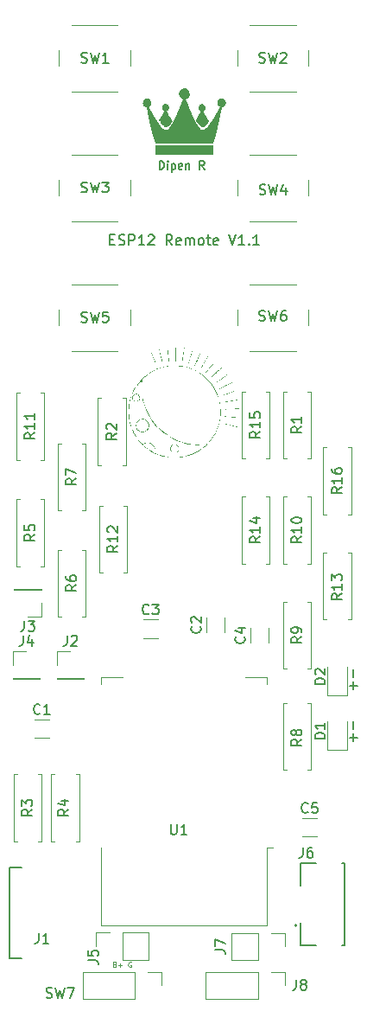
<source format=gbr>
%TF.GenerationSoftware,KiCad,Pcbnew,(6.0.5)*%
%TF.CreationDate,2022-08-02T11:06:51+05:30*%
%TF.ProjectId,ESP12 Smart Remote,45535031-3220-4536-9d61-72742052656d,rev?*%
%TF.SameCoordinates,Original*%
%TF.FileFunction,Legend,Top*%
%TF.FilePolarity,Positive*%
%FSLAX46Y46*%
G04 Gerber Fmt 4.6, Leading zero omitted, Abs format (unit mm)*
G04 Created by KiCad (PCBNEW (6.0.5)) date 2022-08-02 11:06:51*
%MOMM*%
%LPD*%
G01*
G04 APERTURE LIST*
%ADD10C,0.150000*%
%ADD11C,0.125000*%
%ADD12C,0.200000*%
%ADD13C,0.120000*%
%ADD14C,0.127000*%
G04 APERTURE END LIST*
D10*
X147400285Y-65417571D02*
X147733619Y-65417571D01*
X147876476Y-65941380D02*
X147400285Y-65941380D01*
X147400285Y-64941380D01*
X147876476Y-64941380D01*
X148257428Y-65893761D02*
X148400285Y-65941380D01*
X148638380Y-65941380D01*
X148733619Y-65893761D01*
X148781238Y-65846142D01*
X148828857Y-65750904D01*
X148828857Y-65655666D01*
X148781238Y-65560428D01*
X148733619Y-65512809D01*
X148638380Y-65465190D01*
X148447904Y-65417571D01*
X148352666Y-65369952D01*
X148305047Y-65322333D01*
X148257428Y-65227095D01*
X148257428Y-65131857D01*
X148305047Y-65036619D01*
X148352666Y-64989000D01*
X148447904Y-64941380D01*
X148686000Y-64941380D01*
X148828857Y-64989000D01*
X149257428Y-65941380D02*
X149257428Y-64941380D01*
X149638380Y-64941380D01*
X149733619Y-64989000D01*
X149781238Y-65036619D01*
X149828857Y-65131857D01*
X149828857Y-65274714D01*
X149781238Y-65369952D01*
X149733619Y-65417571D01*
X149638380Y-65465190D01*
X149257428Y-65465190D01*
X150781238Y-65941380D02*
X150209809Y-65941380D01*
X150495523Y-65941380D02*
X150495523Y-64941380D01*
X150400285Y-65084238D01*
X150305047Y-65179476D01*
X150209809Y-65227095D01*
X151162190Y-65036619D02*
X151209809Y-64989000D01*
X151305047Y-64941380D01*
X151543142Y-64941380D01*
X151638380Y-64989000D01*
X151686000Y-65036619D01*
X151733619Y-65131857D01*
X151733619Y-65227095D01*
X151686000Y-65369952D01*
X151114571Y-65941380D01*
X151733619Y-65941380D01*
X153495523Y-65941380D02*
X153162190Y-65465190D01*
X152924095Y-65941380D02*
X152924095Y-64941380D01*
X153305047Y-64941380D01*
X153400285Y-64989000D01*
X153447904Y-65036619D01*
X153495523Y-65131857D01*
X153495523Y-65274714D01*
X153447904Y-65369952D01*
X153400285Y-65417571D01*
X153305047Y-65465190D01*
X152924095Y-65465190D01*
X154305047Y-65893761D02*
X154209809Y-65941380D01*
X154019333Y-65941380D01*
X153924095Y-65893761D01*
X153876476Y-65798523D01*
X153876476Y-65417571D01*
X153924095Y-65322333D01*
X154019333Y-65274714D01*
X154209809Y-65274714D01*
X154305047Y-65322333D01*
X154352666Y-65417571D01*
X154352666Y-65512809D01*
X153876476Y-65608047D01*
X154781238Y-65941380D02*
X154781238Y-65274714D01*
X154781238Y-65369952D02*
X154828857Y-65322333D01*
X154924095Y-65274714D01*
X155066952Y-65274714D01*
X155162190Y-65322333D01*
X155209809Y-65417571D01*
X155209809Y-65941380D01*
X155209809Y-65417571D02*
X155257428Y-65322333D01*
X155352666Y-65274714D01*
X155495523Y-65274714D01*
X155590761Y-65322333D01*
X155638380Y-65417571D01*
X155638380Y-65941380D01*
X156257428Y-65941380D02*
X156162190Y-65893761D01*
X156114571Y-65846142D01*
X156066952Y-65750904D01*
X156066952Y-65465190D01*
X156114571Y-65369952D01*
X156162190Y-65322333D01*
X156257428Y-65274714D01*
X156400285Y-65274714D01*
X156495523Y-65322333D01*
X156543142Y-65369952D01*
X156590761Y-65465190D01*
X156590761Y-65750904D01*
X156543142Y-65846142D01*
X156495523Y-65893761D01*
X156400285Y-65941380D01*
X156257428Y-65941380D01*
X156876476Y-65274714D02*
X157257428Y-65274714D01*
X157019333Y-64941380D02*
X157019333Y-65798523D01*
X157066952Y-65893761D01*
X157162190Y-65941380D01*
X157257428Y-65941380D01*
X157971714Y-65893761D02*
X157876476Y-65941380D01*
X157686000Y-65941380D01*
X157590761Y-65893761D01*
X157543142Y-65798523D01*
X157543142Y-65417571D01*
X157590761Y-65322333D01*
X157686000Y-65274714D01*
X157876476Y-65274714D01*
X157971714Y-65322333D01*
X158019333Y-65417571D01*
X158019333Y-65512809D01*
X157543142Y-65608047D01*
X159066952Y-64941380D02*
X159400285Y-65941380D01*
X159733619Y-64941380D01*
X160590761Y-65941380D02*
X160019333Y-65941380D01*
X160305047Y-65941380D02*
X160305047Y-64941380D01*
X160209809Y-65084238D01*
X160114571Y-65179476D01*
X160019333Y-65227095D01*
X161019333Y-65846142D02*
X161066952Y-65893761D01*
X161019333Y-65941380D01*
X160971714Y-65893761D01*
X161019333Y-65846142D01*
X161019333Y-65941380D01*
X162019333Y-65941380D02*
X161447904Y-65941380D01*
X161733619Y-65941380D02*
X161733619Y-64941380D01*
X161638380Y-65084238D01*
X161543142Y-65179476D01*
X161447904Y-65227095D01*
X171267428Y-114538000D02*
X171267428Y-113776095D01*
X171648380Y-114157047D02*
X170886476Y-114157047D01*
X171267428Y-113299904D02*
X171267428Y-112538000D01*
D11*
X147875714Y-136362285D02*
X147947142Y-136386095D01*
X147970952Y-136409904D01*
X147994761Y-136457523D01*
X147994761Y-136528952D01*
X147970952Y-136576571D01*
X147947142Y-136600380D01*
X147899523Y-136624190D01*
X147709047Y-136624190D01*
X147709047Y-136124190D01*
X147875714Y-136124190D01*
X147923333Y-136148000D01*
X147947142Y-136171809D01*
X147970952Y-136219428D01*
X147970952Y-136267047D01*
X147947142Y-136314666D01*
X147923333Y-136338476D01*
X147875714Y-136362285D01*
X147709047Y-136362285D01*
X148209047Y-136433714D02*
X148590000Y-136433714D01*
X148399523Y-136624190D02*
X148399523Y-136243238D01*
X149470952Y-136148000D02*
X149423333Y-136124190D01*
X149351904Y-136124190D01*
X149280476Y-136148000D01*
X149232857Y-136195619D01*
X149209047Y-136243238D01*
X149185238Y-136338476D01*
X149185238Y-136409904D01*
X149209047Y-136505142D01*
X149232857Y-136552761D01*
X149280476Y-136600380D01*
X149351904Y-136624190D01*
X149399523Y-136624190D01*
X149470952Y-136600380D01*
X149494761Y-136576571D01*
X149494761Y-136409904D01*
X149399523Y-136409904D01*
D12*
X152260571Y-58527904D02*
X152260571Y-57727904D01*
X152451047Y-57727904D01*
X152565333Y-57766000D01*
X152641523Y-57842190D01*
X152679619Y-57918380D01*
X152717714Y-58070761D01*
X152717714Y-58185047D01*
X152679619Y-58337428D01*
X152641523Y-58413619D01*
X152565333Y-58489809D01*
X152451047Y-58527904D01*
X152260571Y-58527904D01*
X153060571Y-58527904D02*
X153060571Y-57994571D01*
X153060571Y-57727904D02*
X153022476Y-57766000D01*
X153060571Y-57804095D01*
X153098666Y-57766000D01*
X153060571Y-57727904D01*
X153060571Y-57804095D01*
X153441523Y-57994571D02*
X153441523Y-58794571D01*
X153441523Y-58032666D02*
X153517714Y-57994571D01*
X153670095Y-57994571D01*
X153746285Y-58032666D01*
X153784380Y-58070761D01*
X153822476Y-58146952D01*
X153822476Y-58375523D01*
X153784380Y-58451714D01*
X153746285Y-58489809D01*
X153670095Y-58527904D01*
X153517714Y-58527904D01*
X153441523Y-58489809D01*
X154470095Y-58489809D02*
X154393904Y-58527904D01*
X154241523Y-58527904D01*
X154165333Y-58489809D01*
X154127238Y-58413619D01*
X154127238Y-58108857D01*
X154165333Y-58032666D01*
X154241523Y-57994571D01*
X154393904Y-57994571D01*
X154470095Y-58032666D01*
X154508190Y-58108857D01*
X154508190Y-58185047D01*
X154127238Y-58261238D01*
X154851047Y-57994571D02*
X154851047Y-58527904D01*
X154851047Y-58070761D02*
X154889142Y-58032666D01*
X154965333Y-57994571D01*
X155079619Y-57994571D01*
X155155809Y-58032666D01*
X155193904Y-58108857D01*
X155193904Y-58527904D01*
X156641523Y-58527904D02*
X156374857Y-58146952D01*
X156184380Y-58527904D02*
X156184380Y-57727904D01*
X156489142Y-57727904D01*
X156565333Y-57766000D01*
X156603428Y-57804095D01*
X156641523Y-57880285D01*
X156641523Y-57994571D01*
X156603428Y-58070761D01*
X156565333Y-58108857D01*
X156489142Y-58146952D01*
X156184380Y-58146952D01*
D10*
X171267428Y-109458000D02*
X171267428Y-108696095D01*
X171648380Y-109077047D02*
X170886476Y-109077047D01*
X171267428Y-108219904D02*
X171267428Y-107458000D01*
%TO.C,SW6*%
X162032666Y-73327761D02*
X162175523Y-73375380D01*
X162413619Y-73375380D01*
X162508857Y-73327761D01*
X162556476Y-73280142D01*
X162604095Y-73184904D01*
X162604095Y-73089666D01*
X162556476Y-72994428D01*
X162508857Y-72946809D01*
X162413619Y-72899190D01*
X162223142Y-72851571D01*
X162127904Y-72803952D01*
X162080285Y-72756333D01*
X162032666Y-72661095D01*
X162032666Y-72565857D01*
X162080285Y-72470619D01*
X162127904Y-72423000D01*
X162223142Y-72375380D01*
X162461238Y-72375380D01*
X162604095Y-72423000D01*
X162937428Y-72375380D02*
X163175523Y-73375380D01*
X163366000Y-72661095D01*
X163556476Y-73375380D01*
X163794571Y-72375380D01*
X164604095Y-72375380D02*
X164413619Y-72375380D01*
X164318380Y-72423000D01*
X164270761Y-72470619D01*
X164175523Y-72613476D01*
X164127904Y-72803952D01*
X164127904Y-73184904D01*
X164175523Y-73280142D01*
X164223142Y-73327761D01*
X164318380Y-73375380D01*
X164508857Y-73375380D01*
X164604095Y-73327761D01*
X164651714Y-73280142D01*
X164699333Y-73184904D01*
X164699333Y-72946809D01*
X164651714Y-72851571D01*
X164604095Y-72803952D01*
X164508857Y-72756333D01*
X164318380Y-72756333D01*
X164223142Y-72803952D01*
X164175523Y-72851571D01*
X164127904Y-72946809D01*
%TO.C,R6*%
X144089380Y-99226666D02*
X143613190Y-99560000D01*
X144089380Y-99798095D02*
X143089380Y-99798095D01*
X143089380Y-99417142D01*
X143137000Y-99321904D01*
X143184619Y-99274285D01*
X143279857Y-99226666D01*
X143422714Y-99226666D01*
X143517952Y-99274285D01*
X143565571Y-99321904D01*
X143613190Y-99417142D01*
X143613190Y-99798095D01*
X143089380Y-98369523D02*
X143089380Y-98560000D01*
X143137000Y-98655238D01*
X143184619Y-98702857D01*
X143327476Y-98798095D01*
X143517952Y-98845714D01*
X143898904Y-98845714D01*
X143994142Y-98798095D01*
X144041761Y-98750476D01*
X144089380Y-98655238D01*
X144089380Y-98464761D01*
X144041761Y-98369523D01*
X143994142Y-98321904D01*
X143898904Y-98274285D01*
X143660809Y-98274285D01*
X143565571Y-98321904D01*
X143517952Y-98369523D01*
X143470333Y-98464761D01*
X143470333Y-98655238D01*
X143517952Y-98750476D01*
X143565571Y-98798095D01*
X143660809Y-98845714D01*
%TO.C,R5*%
X140025380Y-94273666D02*
X139549190Y-94607000D01*
X140025380Y-94845095D02*
X139025380Y-94845095D01*
X139025380Y-94464142D01*
X139073000Y-94368904D01*
X139120619Y-94321285D01*
X139215857Y-94273666D01*
X139358714Y-94273666D01*
X139453952Y-94321285D01*
X139501571Y-94368904D01*
X139549190Y-94464142D01*
X139549190Y-94845095D01*
X139025380Y-93368904D02*
X139025380Y-93845095D01*
X139501571Y-93892714D01*
X139453952Y-93845095D01*
X139406333Y-93749857D01*
X139406333Y-93511761D01*
X139453952Y-93416523D01*
X139501571Y-93368904D01*
X139596809Y-93321285D01*
X139834904Y-93321285D01*
X139930142Y-93368904D01*
X139977761Y-93416523D01*
X140025380Y-93511761D01*
X140025380Y-93749857D01*
X139977761Y-93845095D01*
X139930142Y-93892714D01*
%TO.C,R15*%
X162123380Y-84208857D02*
X161647190Y-84542190D01*
X162123380Y-84780285D02*
X161123380Y-84780285D01*
X161123380Y-84399333D01*
X161171000Y-84304095D01*
X161218619Y-84256476D01*
X161313857Y-84208857D01*
X161456714Y-84208857D01*
X161551952Y-84256476D01*
X161599571Y-84304095D01*
X161647190Y-84399333D01*
X161647190Y-84780285D01*
X162123380Y-83256476D02*
X162123380Y-83827904D01*
X162123380Y-83542190D02*
X161123380Y-83542190D01*
X161266238Y-83637428D01*
X161361476Y-83732666D01*
X161409095Y-83827904D01*
X161123380Y-82351714D02*
X161123380Y-82827904D01*
X161599571Y-82875523D01*
X161551952Y-82827904D01*
X161504333Y-82732666D01*
X161504333Y-82494571D01*
X161551952Y-82399333D01*
X161599571Y-82351714D01*
X161694809Y-82304095D01*
X161932904Y-82304095D01*
X162028142Y-82351714D01*
X162075761Y-82399333D01*
X162123380Y-82494571D01*
X162123380Y-82732666D01*
X162075761Y-82827904D01*
X162028142Y-82875523D01*
%TO.C,SW4*%
X162057364Y-60955761D02*
X162200221Y-61003380D01*
X162438317Y-61003380D01*
X162533555Y-60955761D01*
X162581174Y-60908142D01*
X162628793Y-60812904D01*
X162628793Y-60717666D01*
X162581174Y-60622428D01*
X162533555Y-60574809D01*
X162438317Y-60527190D01*
X162247840Y-60479571D01*
X162152602Y-60431952D01*
X162104983Y-60384333D01*
X162057364Y-60289095D01*
X162057364Y-60193857D01*
X162104983Y-60098619D01*
X162152602Y-60051000D01*
X162247840Y-60003380D01*
X162485936Y-60003380D01*
X162628793Y-60051000D01*
X162962126Y-60003380D02*
X163200221Y-61003380D01*
X163390698Y-60289095D01*
X163581174Y-61003380D01*
X163819269Y-60003380D01*
X164628793Y-60336714D02*
X164628793Y-61003380D01*
X164390698Y-59955761D02*
X164152602Y-60670047D01*
X164771650Y-60670047D01*
%TO.C,R8*%
X166187380Y-114339666D02*
X165711190Y-114673000D01*
X166187380Y-114911095D02*
X165187380Y-114911095D01*
X165187380Y-114530142D01*
X165235000Y-114434904D01*
X165282619Y-114387285D01*
X165377857Y-114339666D01*
X165520714Y-114339666D01*
X165615952Y-114387285D01*
X165663571Y-114434904D01*
X165711190Y-114530142D01*
X165711190Y-114911095D01*
X165615952Y-113768238D02*
X165568333Y-113863476D01*
X165520714Y-113911095D01*
X165425476Y-113958714D01*
X165377857Y-113958714D01*
X165282619Y-113911095D01*
X165235000Y-113863476D01*
X165187380Y-113768238D01*
X165187380Y-113577761D01*
X165235000Y-113482523D01*
X165282619Y-113434904D01*
X165377857Y-113387285D01*
X165425476Y-113387285D01*
X165520714Y-113434904D01*
X165568333Y-113482523D01*
X165615952Y-113577761D01*
X165615952Y-113768238D01*
X165663571Y-113863476D01*
X165711190Y-113911095D01*
X165806428Y-113958714D01*
X165996904Y-113958714D01*
X166092142Y-113911095D01*
X166139761Y-113863476D01*
X166187380Y-113768238D01*
X166187380Y-113577761D01*
X166139761Y-113482523D01*
X166092142Y-113434904D01*
X165996904Y-113387285D01*
X165806428Y-113387285D01*
X165711190Y-113434904D01*
X165663571Y-113482523D01*
X165615952Y-113577761D01*
%TO.C,J6*%
X166290666Y-124928380D02*
X166290666Y-125642666D01*
X166243047Y-125785523D01*
X166147809Y-125880761D01*
X166004952Y-125928380D01*
X165909714Y-125928380D01*
X167195428Y-124928380D02*
X167004952Y-124928380D01*
X166909714Y-124976000D01*
X166862095Y-125023619D01*
X166766857Y-125166476D01*
X166719238Y-125356952D01*
X166719238Y-125737904D01*
X166766857Y-125833142D01*
X166814476Y-125880761D01*
X166909714Y-125928380D01*
X167100190Y-125928380D01*
X167195428Y-125880761D01*
X167243047Y-125833142D01*
X167290666Y-125737904D01*
X167290666Y-125499809D01*
X167243047Y-125404571D01*
X167195428Y-125356952D01*
X167100190Y-125309333D01*
X166909714Y-125309333D01*
X166814476Y-125356952D01*
X166766857Y-125404571D01*
X166719238Y-125499809D01*
%TO.C,SW1*%
X144576666Y-48054761D02*
X144719523Y-48102380D01*
X144957619Y-48102380D01*
X145052857Y-48054761D01*
X145100476Y-48007142D01*
X145148095Y-47911904D01*
X145148095Y-47816666D01*
X145100476Y-47721428D01*
X145052857Y-47673809D01*
X144957619Y-47626190D01*
X144767142Y-47578571D01*
X144671904Y-47530952D01*
X144624285Y-47483333D01*
X144576666Y-47388095D01*
X144576666Y-47292857D01*
X144624285Y-47197619D01*
X144671904Y-47150000D01*
X144767142Y-47102380D01*
X145005238Y-47102380D01*
X145148095Y-47150000D01*
X145481428Y-47102380D02*
X145719523Y-48102380D01*
X145910000Y-47388095D01*
X146100476Y-48102380D01*
X146338571Y-47102380D01*
X147243333Y-48102380D02*
X146671904Y-48102380D01*
X146957619Y-48102380D02*
X146957619Y-47102380D01*
X146862380Y-47245238D01*
X146767142Y-47340476D01*
X146671904Y-47388095D01*
%TO.C,J7*%
X157689380Y-134953333D02*
X158403666Y-134953333D01*
X158546523Y-135000952D01*
X158641761Y-135096190D01*
X158689380Y-135239047D01*
X158689380Y-135334285D01*
X157689380Y-134572380D02*
X157689380Y-133905714D01*
X158689380Y-134334285D01*
%TO.C,SW3*%
X144574364Y-60746761D02*
X144717221Y-60794380D01*
X144955317Y-60794380D01*
X145050555Y-60746761D01*
X145098174Y-60699142D01*
X145145793Y-60603904D01*
X145145793Y-60508666D01*
X145098174Y-60413428D01*
X145050555Y-60365809D01*
X144955317Y-60318190D01*
X144764840Y-60270571D01*
X144669602Y-60222952D01*
X144621983Y-60175333D01*
X144574364Y-60080095D01*
X144574364Y-59984857D01*
X144621983Y-59889619D01*
X144669602Y-59842000D01*
X144764840Y-59794380D01*
X145002936Y-59794380D01*
X145145793Y-59842000D01*
X145479126Y-59794380D02*
X145717221Y-60794380D01*
X145907698Y-60080095D01*
X146098174Y-60794380D01*
X146336269Y-59794380D01*
X146621983Y-59794380D02*
X147241031Y-59794380D01*
X146907698Y-60175333D01*
X147050555Y-60175333D01*
X147145793Y-60222952D01*
X147193412Y-60270571D01*
X147241031Y-60365809D01*
X147241031Y-60603904D01*
X147193412Y-60699142D01*
X147145793Y-60746761D01*
X147050555Y-60794380D01*
X146764840Y-60794380D01*
X146669602Y-60746761D01*
X146621983Y-60699142D01*
%TO.C,D1*%
X168474380Y-114276095D02*
X167474380Y-114276095D01*
X167474380Y-114038000D01*
X167522000Y-113895142D01*
X167617238Y-113799904D01*
X167712476Y-113752285D01*
X167902952Y-113704666D01*
X168045809Y-113704666D01*
X168236285Y-113752285D01*
X168331523Y-113799904D01*
X168426761Y-113895142D01*
X168474380Y-114038000D01*
X168474380Y-114276095D01*
X168474380Y-112752285D02*
X168474380Y-113323714D01*
X168474380Y-113038000D02*
X167474380Y-113038000D01*
X167617238Y-113133238D01*
X167712476Y-113228476D01*
X167760095Y-113323714D01*
%TO.C,R11*%
X140025380Y-84335857D02*
X139549190Y-84669190D01*
X140025380Y-84907285D02*
X139025380Y-84907285D01*
X139025380Y-84526333D01*
X139073000Y-84431095D01*
X139120619Y-84383476D01*
X139215857Y-84335857D01*
X139358714Y-84335857D01*
X139453952Y-84383476D01*
X139501571Y-84431095D01*
X139549190Y-84526333D01*
X139549190Y-84907285D01*
X140025380Y-83383476D02*
X140025380Y-83954904D01*
X140025380Y-83669190D02*
X139025380Y-83669190D01*
X139168238Y-83764428D01*
X139263476Y-83859666D01*
X139311095Y-83954904D01*
X140025380Y-82431095D02*
X140025380Y-83002523D01*
X140025380Y-82716809D02*
X139025380Y-82716809D01*
X139168238Y-82812047D01*
X139263476Y-82907285D01*
X139311095Y-83002523D01*
%TO.C,SW7*%
X141160666Y-139596761D02*
X141303523Y-139644380D01*
X141541619Y-139644380D01*
X141636857Y-139596761D01*
X141684476Y-139549142D01*
X141732095Y-139453904D01*
X141732095Y-139358666D01*
X141684476Y-139263428D01*
X141636857Y-139215809D01*
X141541619Y-139168190D01*
X141351142Y-139120571D01*
X141255904Y-139072952D01*
X141208285Y-139025333D01*
X141160666Y-138930095D01*
X141160666Y-138834857D01*
X141208285Y-138739619D01*
X141255904Y-138692000D01*
X141351142Y-138644380D01*
X141589238Y-138644380D01*
X141732095Y-138692000D01*
X142065428Y-138644380D02*
X142303523Y-139644380D01*
X142494000Y-138930095D01*
X142684476Y-139644380D01*
X142922571Y-138644380D01*
X143208285Y-138644380D02*
X143874952Y-138644380D01*
X143446380Y-139644380D01*
%TO.C,U1*%
X153368095Y-122642380D02*
X153368095Y-123451904D01*
X153415714Y-123547142D01*
X153463333Y-123594761D01*
X153558571Y-123642380D01*
X153749047Y-123642380D01*
X153844285Y-123594761D01*
X153891904Y-123547142D01*
X153939523Y-123451904D01*
X153939523Y-122642380D01*
X154939523Y-123642380D02*
X154368095Y-123642380D01*
X154653809Y-123642380D02*
X154653809Y-122642380D01*
X154558571Y-122785238D01*
X154463333Y-122880476D01*
X154368095Y-122928095D01*
%TO.C,SW2*%
X162032666Y-48054761D02*
X162175523Y-48102380D01*
X162413619Y-48102380D01*
X162508857Y-48054761D01*
X162556476Y-48007142D01*
X162604095Y-47911904D01*
X162604095Y-47816666D01*
X162556476Y-47721428D01*
X162508857Y-47673809D01*
X162413619Y-47626190D01*
X162223142Y-47578571D01*
X162127904Y-47530952D01*
X162080285Y-47483333D01*
X162032666Y-47388095D01*
X162032666Y-47292857D01*
X162080285Y-47197619D01*
X162127904Y-47150000D01*
X162223142Y-47102380D01*
X162461238Y-47102380D01*
X162604095Y-47150000D01*
X162937428Y-47102380D02*
X163175523Y-48102380D01*
X163366000Y-47388095D01*
X163556476Y-48102380D01*
X163794571Y-47102380D01*
X164127904Y-47197619D02*
X164175523Y-47150000D01*
X164270761Y-47102380D01*
X164508857Y-47102380D01*
X164604095Y-47150000D01*
X164651714Y-47197619D01*
X164699333Y-47292857D01*
X164699333Y-47388095D01*
X164651714Y-47530952D01*
X164080285Y-48102380D01*
X164699333Y-48102380D01*
%TO.C,J2*%
X143176666Y-104183380D02*
X143176666Y-104897666D01*
X143129047Y-105040523D01*
X143033809Y-105135761D01*
X142890952Y-105183380D01*
X142795714Y-105183380D01*
X143605238Y-104278619D02*
X143652857Y-104231000D01*
X143748095Y-104183380D01*
X143986190Y-104183380D01*
X144081428Y-104231000D01*
X144129047Y-104278619D01*
X144176666Y-104373857D01*
X144176666Y-104469095D01*
X144129047Y-104611952D01*
X143557619Y-105183380D01*
X144176666Y-105183380D01*
%TO.C,R16*%
X170124380Y-89669857D02*
X169648190Y-90003190D01*
X170124380Y-90241285D02*
X169124380Y-90241285D01*
X169124380Y-89860333D01*
X169172000Y-89765095D01*
X169219619Y-89717476D01*
X169314857Y-89669857D01*
X169457714Y-89669857D01*
X169552952Y-89717476D01*
X169600571Y-89765095D01*
X169648190Y-89860333D01*
X169648190Y-90241285D01*
X170124380Y-88717476D02*
X170124380Y-89288904D01*
X170124380Y-89003190D02*
X169124380Y-89003190D01*
X169267238Y-89098428D01*
X169362476Y-89193666D01*
X169410095Y-89288904D01*
X169124380Y-87860333D02*
X169124380Y-88050809D01*
X169172000Y-88146047D01*
X169219619Y-88193666D01*
X169362476Y-88288904D01*
X169552952Y-88336523D01*
X169933904Y-88336523D01*
X170029142Y-88288904D01*
X170076761Y-88241285D01*
X170124380Y-88146047D01*
X170124380Y-87955571D01*
X170076761Y-87860333D01*
X170029142Y-87812714D01*
X169933904Y-87765095D01*
X169695809Y-87765095D01*
X169600571Y-87812714D01*
X169552952Y-87860333D01*
X169505333Y-87955571D01*
X169505333Y-88146047D01*
X169552952Y-88241285D01*
X169600571Y-88288904D01*
X169695809Y-88336523D01*
%TO.C,J4*%
X138858666Y-104183380D02*
X138858666Y-104897666D01*
X138811047Y-105040523D01*
X138715809Y-105135761D01*
X138572952Y-105183380D01*
X138477714Y-105183380D01*
X139763428Y-104516714D02*
X139763428Y-105183380D01*
X139525333Y-104135761D02*
X139287238Y-104850047D01*
X139906285Y-104850047D01*
%TO.C,R7*%
X144089380Y-88812666D02*
X143613190Y-89146000D01*
X144089380Y-89384095D02*
X143089380Y-89384095D01*
X143089380Y-89003142D01*
X143137000Y-88907904D01*
X143184619Y-88860285D01*
X143279857Y-88812666D01*
X143422714Y-88812666D01*
X143517952Y-88860285D01*
X143565571Y-88907904D01*
X143613190Y-89003142D01*
X143613190Y-89384095D01*
X143089380Y-88479333D02*
X143089380Y-87812666D01*
X144089380Y-88241238D01*
%TO.C,R12*%
X148153380Y-95384857D02*
X147677190Y-95718190D01*
X148153380Y-95956285D02*
X147153380Y-95956285D01*
X147153380Y-95575333D01*
X147201000Y-95480095D01*
X147248619Y-95432476D01*
X147343857Y-95384857D01*
X147486714Y-95384857D01*
X147581952Y-95432476D01*
X147629571Y-95480095D01*
X147677190Y-95575333D01*
X147677190Y-95956285D01*
X148153380Y-94432476D02*
X148153380Y-95003904D01*
X148153380Y-94718190D02*
X147153380Y-94718190D01*
X147296238Y-94813428D01*
X147391476Y-94908666D01*
X147439095Y-95003904D01*
X147248619Y-94051523D02*
X147201000Y-94003904D01*
X147153380Y-93908666D01*
X147153380Y-93670571D01*
X147201000Y-93575333D01*
X147248619Y-93527714D01*
X147343857Y-93480095D01*
X147439095Y-93480095D01*
X147581952Y-93527714D01*
X148153380Y-94099142D01*
X148153380Y-93480095D01*
%TO.C,C2*%
X156241142Y-103290666D02*
X156288761Y-103338285D01*
X156336380Y-103481142D01*
X156336380Y-103576380D01*
X156288761Y-103719238D01*
X156193523Y-103814476D01*
X156098285Y-103862095D01*
X155907809Y-103909714D01*
X155764952Y-103909714D01*
X155574476Y-103862095D01*
X155479238Y-103814476D01*
X155384000Y-103719238D01*
X155336380Y-103576380D01*
X155336380Y-103481142D01*
X155384000Y-103338285D01*
X155431619Y-103290666D01*
X155431619Y-102909714D02*
X155384000Y-102862095D01*
X155336380Y-102766857D01*
X155336380Y-102528761D01*
X155384000Y-102433523D01*
X155431619Y-102385904D01*
X155526857Y-102338285D01*
X155622095Y-102338285D01*
X155764952Y-102385904D01*
X156336380Y-102957333D01*
X156336380Y-102338285D01*
%TO.C,R1*%
X166187380Y-83732666D02*
X165711190Y-84066000D01*
X166187380Y-84304095D02*
X165187380Y-84304095D01*
X165187380Y-83923142D01*
X165235000Y-83827904D01*
X165282619Y-83780285D01*
X165377857Y-83732666D01*
X165520714Y-83732666D01*
X165615952Y-83780285D01*
X165663571Y-83827904D01*
X165711190Y-83923142D01*
X165711190Y-84304095D01*
X166187380Y-82780285D02*
X166187380Y-83351714D01*
X166187380Y-83066000D02*
X165187380Y-83066000D01*
X165330238Y-83161238D01*
X165425476Y-83256476D01*
X165473095Y-83351714D01*
%TO.C,R13*%
X170124380Y-100083857D02*
X169648190Y-100417190D01*
X170124380Y-100655285D02*
X169124380Y-100655285D01*
X169124380Y-100274333D01*
X169172000Y-100179095D01*
X169219619Y-100131476D01*
X169314857Y-100083857D01*
X169457714Y-100083857D01*
X169552952Y-100131476D01*
X169600571Y-100179095D01*
X169648190Y-100274333D01*
X169648190Y-100655285D01*
X170124380Y-99131476D02*
X170124380Y-99702904D01*
X170124380Y-99417190D02*
X169124380Y-99417190D01*
X169267238Y-99512428D01*
X169362476Y-99607666D01*
X169410095Y-99702904D01*
X169124380Y-98798142D02*
X169124380Y-98179095D01*
X169505333Y-98512428D01*
X169505333Y-98369571D01*
X169552952Y-98274333D01*
X169600571Y-98226714D01*
X169695809Y-98179095D01*
X169933904Y-98179095D01*
X170029142Y-98226714D01*
X170076761Y-98274333D01*
X170124380Y-98369571D01*
X170124380Y-98655285D01*
X170076761Y-98750523D01*
X170029142Y-98798142D01*
%TO.C,C3*%
X151217333Y-102012142D02*
X151169714Y-102059761D01*
X151026857Y-102107380D01*
X150931619Y-102107380D01*
X150788761Y-102059761D01*
X150693523Y-101964523D01*
X150645904Y-101869285D01*
X150598285Y-101678809D01*
X150598285Y-101535952D01*
X150645904Y-101345476D01*
X150693523Y-101250238D01*
X150788761Y-101155000D01*
X150931619Y-101107380D01*
X151026857Y-101107380D01*
X151169714Y-101155000D01*
X151217333Y-101202619D01*
X151550666Y-101107380D02*
X152169714Y-101107380D01*
X151836380Y-101488333D01*
X151979238Y-101488333D01*
X152074476Y-101535952D01*
X152122095Y-101583571D01*
X152169714Y-101678809D01*
X152169714Y-101916904D01*
X152122095Y-102012142D01*
X152074476Y-102059761D01*
X151979238Y-102107380D01*
X151693523Y-102107380D01*
X151598285Y-102059761D01*
X151550666Y-102012142D01*
%TO.C,R3*%
X139771380Y-121197666D02*
X139295190Y-121531000D01*
X139771380Y-121769095D02*
X138771380Y-121769095D01*
X138771380Y-121388142D01*
X138819000Y-121292904D01*
X138866619Y-121245285D01*
X138961857Y-121197666D01*
X139104714Y-121197666D01*
X139199952Y-121245285D01*
X139247571Y-121292904D01*
X139295190Y-121388142D01*
X139295190Y-121769095D01*
X138771380Y-120864333D02*
X138771380Y-120245285D01*
X139152333Y-120578619D01*
X139152333Y-120435761D01*
X139199952Y-120340523D01*
X139247571Y-120292904D01*
X139342809Y-120245285D01*
X139580904Y-120245285D01*
X139676142Y-120292904D01*
X139723761Y-120340523D01*
X139771380Y-120435761D01*
X139771380Y-120721476D01*
X139723761Y-120816714D01*
X139676142Y-120864333D01*
%TO.C,R14*%
X162123380Y-94495857D02*
X161647190Y-94829190D01*
X162123380Y-95067285D02*
X161123380Y-95067285D01*
X161123380Y-94686333D01*
X161171000Y-94591095D01*
X161218619Y-94543476D01*
X161313857Y-94495857D01*
X161456714Y-94495857D01*
X161551952Y-94543476D01*
X161599571Y-94591095D01*
X161647190Y-94686333D01*
X161647190Y-95067285D01*
X162123380Y-93543476D02*
X162123380Y-94114904D01*
X162123380Y-93829190D02*
X161123380Y-93829190D01*
X161266238Y-93924428D01*
X161361476Y-94019666D01*
X161409095Y-94114904D01*
X161456714Y-92686333D02*
X162123380Y-92686333D01*
X161075761Y-92924428D02*
X161790047Y-93162523D01*
X161790047Y-92543476D01*
%TO.C,J3*%
X138985666Y-102747380D02*
X138985666Y-103461666D01*
X138938047Y-103604523D01*
X138842809Y-103699761D01*
X138699952Y-103747380D01*
X138604714Y-103747380D01*
X139366619Y-102747380D02*
X139985666Y-102747380D01*
X139652333Y-103128333D01*
X139795190Y-103128333D01*
X139890428Y-103175952D01*
X139938047Y-103223571D01*
X139985666Y-103318809D01*
X139985666Y-103556904D01*
X139938047Y-103652142D01*
X139890428Y-103699761D01*
X139795190Y-103747380D01*
X139509476Y-103747380D01*
X139414238Y-103699761D01*
X139366619Y-103652142D01*
%TO.C,R9*%
X166187380Y-104306666D02*
X165711190Y-104640000D01*
X166187380Y-104878095D02*
X165187380Y-104878095D01*
X165187380Y-104497142D01*
X165235000Y-104401904D01*
X165282619Y-104354285D01*
X165377857Y-104306666D01*
X165520714Y-104306666D01*
X165615952Y-104354285D01*
X165663571Y-104401904D01*
X165711190Y-104497142D01*
X165711190Y-104878095D01*
X166187380Y-103830476D02*
X166187380Y-103640000D01*
X166139761Y-103544761D01*
X166092142Y-103497142D01*
X165949285Y-103401904D01*
X165758809Y-103354285D01*
X165377857Y-103354285D01*
X165282619Y-103401904D01*
X165235000Y-103449523D01*
X165187380Y-103544761D01*
X165187380Y-103735238D01*
X165235000Y-103830476D01*
X165282619Y-103878095D01*
X165377857Y-103925714D01*
X165615952Y-103925714D01*
X165711190Y-103878095D01*
X165758809Y-103830476D01*
X165806428Y-103735238D01*
X165806428Y-103544761D01*
X165758809Y-103449523D01*
X165711190Y-103401904D01*
X165615952Y-103354285D01*
%TO.C,J8*%
X165655666Y-137882380D02*
X165655666Y-138596666D01*
X165608047Y-138739523D01*
X165512809Y-138834761D01*
X165369952Y-138882380D01*
X165274714Y-138882380D01*
X166274714Y-138310952D02*
X166179476Y-138263333D01*
X166131857Y-138215714D01*
X166084238Y-138120476D01*
X166084238Y-138072857D01*
X166131857Y-137977619D01*
X166179476Y-137930000D01*
X166274714Y-137882380D01*
X166465190Y-137882380D01*
X166560428Y-137930000D01*
X166608047Y-137977619D01*
X166655666Y-138072857D01*
X166655666Y-138120476D01*
X166608047Y-138215714D01*
X166560428Y-138263333D01*
X166465190Y-138310952D01*
X166274714Y-138310952D01*
X166179476Y-138358571D01*
X166131857Y-138406190D01*
X166084238Y-138501428D01*
X166084238Y-138691904D01*
X166131857Y-138787142D01*
X166179476Y-138834761D01*
X166274714Y-138882380D01*
X166465190Y-138882380D01*
X166560428Y-138834761D01*
X166608047Y-138787142D01*
X166655666Y-138691904D01*
X166655666Y-138501428D01*
X166608047Y-138406190D01*
X166560428Y-138358571D01*
X166465190Y-138310952D01*
%TO.C,D2*%
X168474380Y-108942095D02*
X167474380Y-108942095D01*
X167474380Y-108704000D01*
X167522000Y-108561142D01*
X167617238Y-108465904D01*
X167712476Y-108418285D01*
X167902952Y-108370666D01*
X168045809Y-108370666D01*
X168236285Y-108418285D01*
X168331523Y-108465904D01*
X168426761Y-108561142D01*
X168474380Y-108704000D01*
X168474380Y-108942095D01*
X167569619Y-107989714D02*
X167522000Y-107942095D01*
X167474380Y-107846857D01*
X167474380Y-107608761D01*
X167522000Y-107513523D01*
X167569619Y-107465904D01*
X167664857Y-107418285D01*
X167760095Y-107418285D01*
X167902952Y-107465904D01*
X168474380Y-108037333D01*
X168474380Y-107418285D01*
%TO.C,J5*%
X145248380Y-135969333D02*
X145962666Y-135969333D01*
X146105523Y-136016952D01*
X146200761Y-136112190D01*
X146248380Y-136255047D01*
X146248380Y-136350285D01*
X145248380Y-135016952D02*
X145248380Y-135493142D01*
X145724571Y-135540761D01*
X145676952Y-135493142D01*
X145629333Y-135397904D01*
X145629333Y-135159809D01*
X145676952Y-135064571D01*
X145724571Y-135016952D01*
X145819809Y-134969333D01*
X146057904Y-134969333D01*
X146153142Y-135016952D01*
X146200761Y-135064571D01*
X146248380Y-135159809D01*
X146248380Y-135397904D01*
X146200761Y-135493142D01*
X146153142Y-135540761D01*
%TO.C,C4*%
X160559142Y-104306666D02*
X160606761Y-104354285D01*
X160654380Y-104497142D01*
X160654380Y-104592380D01*
X160606761Y-104735238D01*
X160511523Y-104830476D01*
X160416285Y-104878095D01*
X160225809Y-104925714D01*
X160082952Y-104925714D01*
X159892476Y-104878095D01*
X159797238Y-104830476D01*
X159702000Y-104735238D01*
X159654380Y-104592380D01*
X159654380Y-104497142D01*
X159702000Y-104354285D01*
X159749619Y-104306666D01*
X159987714Y-103449523D02*
X160654380Y-103449523D01*
X159606761Y-103687619D02*
X160321047Y-103925714D01*
X160321047Y-103306666D01*
%TO.C,R2*%
X148026380Y-84367666D02*
X147550190Y-84701000D01*
X148026380Y-84939095D02*
X147026380Y-84939095D01*
X147026380Y-84558142D01*
X147074000Y-84462904D01*
X147121619Y-84415285D01*
X147216857Y-84367666D01*
X147359714Y-84367666D01*
X147454952Y-84415285D01*
X147502571Y-84462904D01*
X147550190Y-84558142D01*
X147550190Y-84939095D01*
X147121619Y-83986714D02*
X147074000Y-83939095D01*
X147026380Y-83843857D01*
X147026380Y-83605761D01*
X147074000Y-83510523D01*
X147121619Y-83462904D01*
X147216857Y-83415285D01*
X147312095Y-83415285D01*
X147454952Y-83462904D01*
X148026380Y-84034333D01*
X148026380Y-83415285D01*
%TO.C,J1*%
X140382666Y-133310380D02*
X140382666Y-134024666D01*
X140335047Y-134167523D01*
X140239809Y-134262761D01*
X140096952Y-134310380D01*
X140001714Y-134310380D01*
X141382666Y-134310380D02*
X140811238Y-134310380D01*
X141096952Y-134310380D02*
X141096952Y-133310380D01*
X141001714Y-133453238D01*
X140906476Y-133548476D01*
X140811238Y-133596095D01*
%TO.C,C1*%
X140549333Y-111791142D02*
X140501714Y-111838761D01*
X140358857Y-111886380D01*
X140263619Y-111886380D01*
X140120761Y-111838761D01*
X140025523Y-111743523D01*
X139977904Y-111648285D01*
X139930285Y-111457809D01*
X139930285Y-111314952D01*
X139977904Y-111124476D01*
X140025523Y-111029238D01*
X140120761Y-110934000D01*
X140263619Y-110886380D01*
X140358857Y-110886380D01*
X140501714Y-110934000D01*
X140549333Y-110981619D01*
X141501714Y-111886380D02*
X140930285Y-111886380D01*
X141216000Y-111886380D02*
X141216000Y-110886380D01*
X141120761Y-111029238D01*
X141025523Y-111124476D01*
X140930285Y-111172095D01*
%TO.C,C5*%
X166798954Y-121443142D02*
X166751335Y-121490761D01*
X166608478Y-121538380D01*
X166513240Y-121538380D01*
X166370382Y-121490761D01*
X166275144Y-121395523D01*
X166227525Y-121300285D01*
X166179906Y-121109809D01*
X166179906Y-120966952D01*
X166227525Y-120776476D01*
X166275144Y-120681238D01*
X166370382Y-120586000D01*
X166513240Y-120538380D01*
X166608478Y-120538380D01*
X166751335Y-120586000D01*
X166798954Y-120633619D01*
X167703716Y-120538380D02*
X167227525Y-120538380D01*
X167179906Y-121014571D01*
X167227525Y-120966952D01*
X167322763Y-120919333D01*
X167560859Y-120919333D01*
X167656097Y-120966952D01*
X167703716Y-121014571D01*
X167751335Y-121109809D01*
X167751335Y-121347904D01*
X167703716Y-121443142D01*
X167656097Y-121490761D01*
X167560859Y-121538380D01*
X167322763Y-121538380D01*
X167227525Y-121490761D01*
X167179906Y-121443142D01*
%TO.C,R4*%
X143327380Y-121197666D02*
X142851190Y-121531000D01*
X143327380Y-121769095D02*
X142327380Y-121769095D01*
X142327380Y-121388142D01*
X142375000Y-121292904D01*
X142422619Y-121245285D01*
X142517857Y-121197666D01*
X142660714Y-121197666D01*
X142755952Y-121245285D01*
X142803571Y-121292904D01*
X142851190Y-121388142D01*
X142851190Y-121769095D01*
X142660714Y-120340523D02*
X143327380Y-120340523D01*
X142279761Y-120578619D02*
X142994047Y-120816714D01*
X142994047Y-120197666D01*
%TO.C,SW5*%
X144576666Y-73454761D02*
X144719523Y-73502380D01*
X144957619Y-73502380D01*
X145052857Y-73454761D01*
X145100476Y-73407142D01*
X145148095Y-73311904D01*
X145148095Y-73216666D01*
X145100476Y-73121428D01*
X145052857Y-73073809D01*
X144957619Y-73026190D01*
X144767142Y-72978571D01*
X144671904Y-72930952D01*
X144624285Y-72883333D01*
X144576666Y-72788095D01*
X144576666Y-72692857D01*
X144624285Y-72597619D01*
X144671904Y-72550000D01*
X144767142Y-72502380D01*
X145005238Y-72502380D01*
X145148095Y-72550000D01*
X145481428Y-72502380D02*
X145719523Y-73502380D01*
X145910000Y-72788095D01*
X146100476Y-73502380D01*
X146338571Y-72502380D01*
X147195714Y-72502380D02*
X146719523Y-72502380D01*
X146671904Y-72978571D01*
X146719523Y-72930952D01*
X146814761Y-72883333D01*
X147052857Y-72883333D01*
X147148095Y-72930952D01*
X147195714Y-72978571D01*
X147243333Y-73073809D01*
X147243333Y-73311904D01*
X147195714Y-73407142D01*
X147148095Y-73454761D01*
X147052857Y-73502380D01*
X146814761Y-73502380D01*
X146719523Y-73454761D01*
X146671904Y-73407142D01*
%TO.C,R10*%
X166187380Y-94495857D02*
X165711190Y-94829190D01*
X166187380Y-95067285D02*
X165187380Y-95067285D01*
X165187380Y-94686333D01*
X165235000Y-94591095D01*
X165282619Y-94543476D01*
X165377857Y-94495857D01*
X165520714Y-94495857D01*
X165615952Y-94543476D01*
X165663571Y-94591095D01*
X165711190Y-94686333D01*
X165711190Y-95067285D01*
X166187380Y-93543476D02*
X166187380Y-94114904D01*
X166187380Y-93829190D02*
X165187380Y-93829190D01*
X165330238Y-93924428D01*
X165425476Y-94019666D01*
X165473095Y-94114904D01*
X165187380Y-92924428D02*
X165187380Y-92829190D01*
X165235000Y-92733952D01*
X165282619Y-92686333D01*
X165377857Y-92638714D01*
X165568333Y-92591095D01*
X165806428Y-92591095D01*
X165996904Y-92638714D01*
X166092142Y-92686333D01*
X166139761Y-92733952D01*
X166187380Y-92829190D01*
X166187380Y-92924428D01*
X166139761Y-93019666D01*
X166092142Y-93067285D01*
X165996904Y-93114904D01*
X165806428Y-93162523D01*
X165568333Y-93162523D01*
X165377857Y-93114904D01*
X165282619Y-93067285D01*
X165235000Y-93019666D01*
X165187380Y-92924428D01*
D13*
%TO.C,SW6*%
X165616000Y-69800000D02*
X161116000Y-69800000D01*
X159866000Y-72300000D02*
X159866000Y-73800000D01*
X166866000Y-73800000D02*
X166866000Y-72300000D01*
X161116000Y-76300000D02*
X165616000Y-76300000D01*
%TO.C,R6*%
X145007000Y-102330000D02*
X145007000Y-95790000D01*
X142597000Y-102330000D02*
X142267000Y-102330000D01*
X144677000Y-102330000D02*
X145007000Y-102330000D01*
X142267000Y-95790000D02*
X142597000Y-95790000D01*
X145007000Y-95790000D02*
X144677000Y-95790000D01*
X142267000Y-102330000D02*
X142267000Y-95790000D01*
%TO.C,R5*%
X138203000Y-97377000D02*
X138533000Y-97377000D01*
X140943000Y-90837000D02*
X140943000Y-97377000D01*
X140613000Y-90837000D02*
X140943000Y-90837000D01*
X138203000Y-90837000D02*
X138203000Y-97377000D01*
X138533000Y-90837000D02*
X138203000Y-90837000D01*
X140943000Y-97377000D02*
X140613000Y-97377000D01*
%TO.C,R15*%
X160631000Y-86836000D02*
X160301000Y-86836000D01*
X160301000Y-86836000D02*
X160301000Y-80296000D01*
X163041000Y-86836000D02*
X163041000Y-80296000D01*
X160301000Y-80296000D02*
X160631000Y-80296000D01*
X163041000Y-80296000D02*
X162711000Y-80296000D01*
X162711000Y-86836000D02*
X163041000Y-86836000D01*
%TO.C,SW4*%
X166866000Y-61100000D02*
X166866000Y-59600000D01*
X161116000Y-63600000D02*
X165616000Y-63600000D01*
X159866000Y-59600000D02*
X159866000Y-61100000D01*
X165616000Y-57100000D02*
X161116000Y-57100000D01*
%TO.C,R8*%
X167105000Y-110776000D02*
X166775000Y-110776000D01*
X164365000Y-117316000D02*
X164365000Y-110776000D01*
X164365000Y-110776000D02*
X164695000Y-110776000D01*
X166775000Y-117316000D02*
X167105000Y-117316000D01*
X164695000Y-117316000D02*
X164365000Y-117316000D01*
X167105000Y-117316000D02*
X167105000Y-110776000D01*
D14*
%TO.C,J6*%
X166060000Y-126418000D02*
X167640000Y-126418000D01*
X166060000Y-128648000D02*
X166060000Y-126418000D01*
X167640000Y-134518000D02*
X166060000Y-134518000D01*
X170360000Y-134518000D02*
X170360000Y-126418000D01*
X166060000Y-134518000D02*
X166060000Y-132288000D01*
X170180000Y-134518000D02*
X170360000Y-134518000D01*
X170360000Y-126418000D02*
X170180000Y-126418000D01*
D12*
X165710000Y-132568000D02*
G75*
G03*
X165710000Y-132568000I-100000J0D01*
G01*
D13*
%TO.C,SW1*%
X143660000Y-50900000D02*
X148160000Y-50900000D01*
X149410000Y-48400000D02*
X149410000Y-46900000D01*
X148160000Y-44400000D02*
X143660000Y-44400000D01*
X142410000Y-46900000D02*
X142410000Y-48400000D01*
%TO.C,J7*%
X161925000Y-133290000D02*
X161925000Y-135950000D01*
X161925000Y-135950000D02*
X159325000Y-135950000D01*
X161925000Y-133290000D02*
X159325000Y-133290000D01*
X164525000Y-133290000D02*
X164525000Y-134620000D01*
X159325000Y-133290000D02*
X159325000Y-135950000D01*
X163195000Y-133290000D02*
X164525000Y-133290000D01*
%TO.C,SW3*%
X149410000Y-61100000D02*
X149410000Y-59600000D01*
X142410000Y-59600000D02*
X142410000Y-61100000D01*
X148160000Y-57100000D02*
X143660000Y-57100000D01*
X143660000Y-63600000D02*
X148160000Y-63600000D01*
%TO.C,D1*%
X170632000Y-115398000D02*
X170632000Y-112538000D01*
X168712000Y-112538000D02*
X168712000Y-115398000D01*
X168712000Y-115398000D02*
X170632000Y-115398000D01*
%TO.C,R11*%
X138203000Y-80423000D02*
X138203000Y-86963000D01*
X138203000Y-86963000D02*
X138533000Y-86963000D01*
X140943000Y-80423000D02*
X140943000Y-86963000D01*
X140943000Y-86963000D02*
X140613000Y-86963000D01*
X140613000Y-80423000D02*
X140943000Y-80423000D01*
X138533000Y-80423000D02*
X138203000Y-80423000D01*
%TO.C,SW7*%
X144705000Y-137100000D02*
X144705000Y-139760000D01*
X149845000Y-139760000D02*
X144705000Y-139760000D01*
X149845000Y-137100000D02*
X144705000Y-137100000D01*
X149845000Y-137100000D02*
X149845000Y-139760000D01*
X151115000Y-137100000D02*
X152445000Y-137100000D01*
X152445000Y-137100000D02*
X152445000Y-138430000D01*
%TO.C,U1*%
X162758000Y-132516000D02*
X146518000Y-132516000D01*
X146518000Y-132516000D02*
X146518000Y-124896000D01*
X162758000Y-108276000D02*
X162758000Y-108896000D01*
X146518000Y-108276000D02*
X148638000Y-108276000D01*
X162758000Y-124896000D02*
X162758000Y-132516000D01*
X162758000Y-124896000D02*
X163368000Y-124896000D01*
X160638000Y-108276000D02*
X162758000Y-108276000D01*
X146518000Y-108896000D02*
X146518000Y-108276000D01*
%TO.C,SW2*%
X165616000Y-44400000D02*
X161116000Y-44400000D01*
X166866000Y-48400000D02*
X166866000Y-46900000D01*
X161116000Y-50900000D02*
X165616000Y-50900000D01*
X159866000Y-46900000D02*
X159866000Y-48400000D01*
%TO.C,J2*%
X142180000Y-108331000D02*
X144840000Y-108331000D01*
X142180000Y-107061000D02*
X142180000Y-105731000D01*
X144840000Y-108331000D02*
X144840000Y-108391000D01*
X142180000Y-105731000D02*
X143510000Y-105731000D01*
X142180000Y-108331000D02*
X142180000Y-108391000D01*
X142180000Y-108391000D02*
X144840000Y-108391000D01*
%TO.C,R16*%
X171042000Y-85757000D02*
X170712000Y-85757000D01*
X168302000Y-92297000D02*
X168302000Y-85757000D01*
X170712000Y-92297000D02*
X171042000Y-92297000D01*
X168302000Y-85757000D02*
X168632000Y-85757000D01*
X168632000Y-92297000D02*
X168302000Y-92297000D01*
X171042000Y-92297000D02*
X171042000Y-85757000D01*
%TO.C,J4*%
X140522000Y-108331000D02*
X140522000Y-108391000D01*
X137862000Y-108331000D02*
X137862000Y-108391000D01*
X137862000Y-105731000D02*
X139192000Y-105731000D01*
X137862000Y-107061000D02*
X137862000Y-105731000D01*
X137862000Y-108391000D02*
X140522000Y-108391000D01*
X137862000Y-108331000D02*
X140522000Y-108331000D01*
%TO.C,R7*%
X142267000Y-91916000D02*
X142597000Y-91916000D01*
X145007000Y-85376000D02*
X145007000Y-91916000D01*
X144677000Y-85376000D02*
X145007000Y-85376000D01*
X145007000Y-91916000D02*
X144677000Y-91916000D01*
X142267000Y-85376000D02*
X142267000Y-91916000D01*
X142597000Y-85376000D02*
X142267000Y-85376000D01*
%TO.C,R12*%
X149071000Y-98012000D02*
X149071000Y-91472000D01*
X148741000Y-98012000D02*
X149071000Y-98012000D01*
X146331000Y-91472000D02*
X146661000Y-91472000D01*
X149071000Y-91472000D02*
X148741000Y-91472000D01*
X146331000Y-98012000D02*
X146331000Y-91472000D01*
X146661000Y-98012000D02*
X146331000Y-98012000D01*
%TO.C,C2*%
X156824000Y-103835252D02*
X156824000Y-102412748D01*
X158644000Y-103835252D02*
X158644000Y-102412748D01*
%TO.C,R1*%
X166775000Y-80296000D02*
X167105000Y-80296000D01*
X164365000Y-86836000D02*
X164695000Y-86836000D01*
X167105000Y-86836000D02*
X166775000Y-86836000D01*
X164365000Y-80296000D02*
X164365000Y-86836000D01*
X164695000Y-80296000D02*
X164365000Y-80296000D01*
X167105000Y-80296000D02*
X167105000Y-86836000D01*
%TO.C,R13*%
X170712000Y-102584000D02*
X171042000Y-102584000D01*
X168302000Y-102584000D02*
X168302000Y-96044000D01*
X168632000Y-102584000D02*
X168302000Y-102584000D01*
X168302000Y-96044000D02*
X168632000Y-96044000D01*
X171042000Y-102584000D02*
X171042000Y-96044000D01*
X171042000Y-96044000D02*
X170712000Y-96044000D01*
%TO.C,C3*%
X150672748Y-104415000D02*
X152095252Y-104415000D01*
X150672748Y-102595000D02*
X152095252Y-102595000D01*
%TO.C,R3*%
X140689000Y-124301000D02*
X140689000Y-117761000D01*
X140689000Y-117761000D02*
X140359000Y-117761000D01*
X137949000Y-117761000D02*
X138279000Y-117761000D01*
X137949000Y-124301000D02*
X137949000Y-117761000D01*
X140359000Y-124301000D02*
X140689000Y-124301000D01*
X138279000Y-124301000D02*
X137949000Y-124301000D01*
%TO.C,R14*%
X163041000Y-90583000D02*
X162711000Y-90583000D01*
X160301000Y-97123000D02*
X160301000Y-90583000D01*
X162711000Y-97123000D02*
X163041000Y-97123000D01*
X163041000Y-97123000D02*
X163041000Y-90583000D01*
X160631000Y-97123000D02*
X160301000Y-97123000D01*
X160301000Y-90583000D02*
X160631000Y-90583000D01*
%TO.C,J3*%
X140649000Y-99695000D02*
X137989000Y-99695000D01*
X137989000Y-99695000D02*
X137989000Y-99635000D01*
X140649000Y-102295000D02*
X139319000Y-102295000D01*
X140649000Y-99695000D02*
X140649000Y-99635000D01*
X140649000Y-99635000D02*
X137989000Y-99635000D01*
X140649000Y-100965000D02*
X140649000Y-102295000D01*
%TO.C,R9*%
X164695000Y-107410000D02*
X164365000Y-107410000D01*
X167105000Y-100870000D02*
X166775000Y-100870000D01*
X167105000Y-107410000D02*
X167105000Y-100870000D01*
X164365000Y-107410000D02*
X164365000Y-100870000D01*
X164365000Y-100870000D02*
X164695000Y-100870000D01*
X166775000Y-107410000D02*
X167105000Y-107410000D01*
%TO.C,J8*%
X161941000Y-137100000D02*
X156801000Y-137100000D01*
X161941000Y-139760000D02*
X156801000Y-139760000D01*
X164541000Y-137100000D02*
X164541000Y-138430000D01*
X163211000Y-137100000D02*
X164541000Y-137100000D01*
X161941000Y-137100000D02*
X161941000Y-139760000D01*
X156801000Y-137100000D02*
X156801000Y-139760000D01*
%TO.C,D2*%
X168712000Y-107204000D02*
X168712000Y-110064000D01*
X170632000Y-110064000D02*
X170632000Y-107204000D01*
X168712000Y-110064000D02*
X170632000Y-110064000D01*
%TO.C,G\u002A\u002A\u002A*%
G36*
X154692573Y-76026745D02*
G01*
X154695537Y-76040833D01*
X154693369Y-76059837D01*
X154687251Y-76105023D01*
X154677747Y-76172562D01*
X154665421Y-76258627D01*
X154650838Y-76359390D01*
X154634562Y-76471023D01*
X154617156Y-76589698D01*
X154599186Y-76711589D01*
X154581215Y-76832866D01*
X154563807Y-76949703D01*
X154547527Y-77058272D01*
X154532939Y-77154744D01*
X154520606Y-77235293D01*
X154511094Y-77296091D01*
X154505444Y-77330558D01*
X154492118Y-77368033D01*
X154473099Y-77379871D01*
X154456739Y-77371872D01*
X154456265Y-77343671D01*
X154457255Y-77338145D01*
X154461152Y-77314562D01*
X154469004Y-77264309D01*
X154480303Y-77190733D01*
X154494541Y-77097182D01*
X154511208Y-76987002D01*
X154529796Y-76863539D01*
X154549798Y-76730141D01*
X154560978Y-76655349D01*
X154586658Y-76485383D01*
X154608687Y-76344065D01*
X154627326Y-76229948D01*
X154642835Y-76141588D01*
X154655473Y-76077538D01*
X154665500Y-76036352D01*
X154673176Y-76016585D01*
X154676136Y-76014280D01*
X154692573Y-76026745D01*
G37*
G36*
X156274019Y-76482929D02*
G01*
X156275595Y-76489321D01*
X156270455Y-76507682D01*
X156254298Y-76549863D01*
X156228634Y-76612473D01*
X156194975Y-76692122D01*
X156154830Y-76785422D01*
X156109713Y-76888982D01*
X156061133Y-76999413D01*
X156010601Y-77113325D01*
X155959629Y-77227328D01*
X155909728Y-77338033D01*
X155862409Y-77442051D01*
X155819182Y-77535991D01*
X155781560Y-77616464D01*
X155751052Y-77680081D01*
X155729171Y-77723451D01*
X155717426Y-77743185D01*
X155716260Y-77744029D01*
X155698406Y-77736119D01*
X155697001Y-77731394D01*
X155702892Y-77715285D01*
X155719749Y-77674244D01*
X155746348Y-77611131D01*
X155781466Y-77528804D01*
X155823879Y-77430123D01*
X155872364Y-77317947D01*
X155925698Y-77195135D01*
X155968081Y-77097912D01*
X156037353Y-76939965D01*
X156095819Y-76808353D01*
X156144330Y-76701390D01*
X156183739Y-76617392D01*
X156214895Y-76554676D01*
X156238650Y-76511555D01*
X156255855Y-76486347D01*
X156267361Y-76477366D01*
X156274019Y-76482929D01*
G37*
G36*
X158914117Y-78611956D02*
G01*
X158912278Y-78626822D01*
X158890695Y-78653018D01*
X158851837Y-78687377D01*
X158810651Y-78718141D01*
X158774333Y-78743634D01*
X158716838Y-78784050D01*
X158641796Y-78836834D01*
X158552839Y-78899431D01*
X158453598Y-78969285D01*
X158347704Y-79043842D01*
X158255391Y-79108852D01*
X158151571Y-79181748D01*
X158055454Y-79248799D01*
X157969878Y-79308058D01*
X157897682Y-79357580D01*
X157841702Y-79395418D01*
X157804777Y-79419626D01*
X157789743Y-79428257D01*
X157789710Y-79428258D01*
X157771047Y-79417467D01*
X157769431Y-79415161D01*
X157779916Y-79404472D01*
X157812297Y-79378552D01*
X157863585Y-79339538D01*
X157930789Y-79289564D01*
X158010920Y-79230769D01*
X158100990Y-79165289D01*
X158198009Y-79095259D01*
X158298987Y-79022818D01*
X158400935Y-78950101D01*
X158500864Y-78879245D01*
X158595785Y-78812386D01*
X158682708Y-78751661D01*
X158758643Y-78699207D01*
X158820602Y-78657160D01*
X158865596Y-78627657D01*
X158890634Y-78612834D01*
X158893745Y-78611584D01*
X158914117Y-78611956D01*
G37*
G36*
X149607178Y-80756631D02*
G01*
X149649653Y-80670729D01*
X149709484Y-80602387D01*
X149782567Y-80552203D01*
X149864801Y-80520778D01*
X149952082Y-80508712D01*
X150040308Y-80516607D01*
X150125377Y-80545061D01*
X150203185Y-80594676D01*
X150269632Y-80666052D01*
X150317619Y-80752453D01*
X150335532Y-80822614D01*
X150339833Y-80906148D01*
X150330097Y-80989094D01*
X150325411Y-81008136D01*
X150298500Y-81065666D01*
X150252478Y-81127174D01*
X150195644Y-81183615D01*
X150136295Y-81225942D01*
X150116745Y-81235627D01*
X150037796Y-81257603D01*
X149949273Y-81263590D01*
X149863654Y-81253696D01*
X149802556Y-81232916D01*
X149711573Y-81172179D01*
X149643640Y-81093859D01*
X149600750Y-81001395D01*
X149584895Y-80898228D01*
X149585193Y-80889088D01*
X149629088Y-80889088D01*
X149640560Y-80977245D01*
X149674364Y-81057815D01*
X149728133Y-81126462D01*
X149799499Y-81178849D01*
X149886097Y-81210639D01*
X149961517Y-81218355D01*
X150028552Y-81212050D01*
X150091326Y-81196191D01*
X150106291Y-81190180D01*
X150184881Y-81138978D01*
X150243687Y-81068958D01*
X150280933Y-80985725D01*
X150294844Y-80894885D01*
X150283645Y-80802044D01*
X150253248Y-80726091D01*
X150195890Y-80649741D01*
X150123270Y-80595516D01*
X150040667Y-80563591D01*
X149953358Y-80554139D01*
X149866624Y-80567333D01*
X149785741Y-80603347D01*
X149715990Y-80662353D01*
X149682605Y-80707358D01*
X149642313Y-80797680D01*
X149629088Y-80889088D01*
X149585193Y-80889088D01*
X149586160Y-80859490D01*
X149607178Y-80756631D01*
G37*
G36*
X152227347Y-76120849D02*
G01*
X152231259Y-76124364D01*
X152236324Y-76140029D01*
X152247820Y-76181534D01*
X152264830Y-76245275D01*
X152286437Y-76327649D01*
X152311726Y-76425051D01*
X152339778Y-76533879D01*
X152369679Y-76650529D01*
X152400510Y-76771397D01*
X152431356Y-76892880D01*
X152461299Y-77011373D01*
X152489424Y-77123273D01*
X152514812Y-77224978D01*
X152536549Y-77312882D01*
X152553716Y-77383382D01*
X152565398Y-77432875D01*
X152570677Y-77457758D01*
X152570887Y-77459531D01*
X152558970Y-77469628D01*
X152548554Y-77470911D01*
X152527925Y-77464704D01*
X152525112Y-77459531D01*
X152521382Y-77442891D01*
X152510984Y-77399852D01*
X152494669Y-77333443D01*
X152473189Y-77246689D01*
X152447294Y-77142617D01*
X152417735Y-77024256D01*
X152385264Y-76894631D01*
X152360420Y-76795702D01*
X152318337Y-76627042D01*
X152283868Y-76485909D01*
X152256675Y-76370541D01*
X152236419Y-76279178D01*
X152222762Y-76210062D01*
X152215365Y-76161430D01*
X152213889Y-76131524D01*
X152217996Y-76118584D01*
X152227347Y-76120849D01*
G37*
G36*
X159365757Y-79385057D02*
G01*
X159365712Y-79392645D01*
X159351015Y-79406454D01*
X159320025Y-79427434D01*
X159271105Y-79456535D01*
X159202615Y-79494709D01*
X159112915Y-79542905D01*
X159000366Y-79602074D01*
X158863329Y-79673167D01*
X158761163Y-79725803D01*
X158636569Y-79789763D01*
X158520292Y-79849261D01*
X158415104Y-79902894D01*
X158323779Y-79949255D01*
X158249090Y-79986939D01*
X158193811Y-80014541D01*
X158160716Y-80030655D01*
X158152168Y-80034357D01*
X158135356Y-80024550D01*
X158133368Y-80021734D01*
X158135907Y-80002133D01*
X158143853Y-79993416D01*
X158163005Y-79982030D01*
X158205428Y-79959120D01*
X158267746Y-79926390D01*
X158346584Y-79885544D01*
X158438570Y-79838287D01*
X158540327Y-79786324D01*
X158648483Y-79731358D01*
X158759662Y-79675094D01*
X158870490Y-79619238D01*
X158977593Y-79565493D01*
X159077596Y-79515563D01*
X159167126Y-79471155D01*
X159242807Y-79433971D01*
X159301266Y-79405717D01*
X159339127Y-79388096D01*
X159352788Y-79382739D01*
X159365757Y-79385057D01*
G37*
G36*
X159714528Y-80211895D02*
G01*
X159714225Y-80220733D01*
X159699344Y-80228708D01*
X159659262Y-80245192D01*
X159597513Y-80268941D01*
X159517631Y-80298710D01*
X159423153Y-80333255D01*
X159317611Y-80371330D01*
X159204542Y-80411691D01*
X159087479Y-80453095D01*
X158969957Y-80494295D01*
X158855511Y-80534047D01*
X158747676Y-80571108D01*
X158649986Y-80604231D01*
X158565976Y-80632173D01*
X158499181Y-80653689D01*
X158453135Y-80667534D01*
X158431373Y-80672464D01*
X158431326Y-80672464D01*
X158416188Y-80662072D01*
X158416760Y-80653497D01*
X158432445Y-80642911D01*
X158472435Y-80624624D01*
X158532216Y-80600452D01*
X158607277Y-80572212D01*
X158693108Y-80541719D01*
X158702523Y-80538473D01*
X158804278Y-80503462D01*
X158925247Y-80461778D01*
X159055970Y-80416684D01*
X159186987Y-80371443D01*
X159308840Y-80329321D01*
X159329263Y-80322255D01*
X159427092Y-80288706D01*
X159516077Y-80258766D01*
X159591991Y-80233811D01*
X159650606Y-80215216D01*
X159687697Y-80204357D01*
X159698478Y-80202093D01*
X159714528Y-80211895D01*
G37*
G36*
X158727476Y-82723889D02*
G01*
X158798235Y-82728193D01*
X158891378Y-82735130D01*
X159004307Y-82744502D01*
X159134425Y-82756110D01*
X159279137Y-82769756D01*
X159338578Y-82775549D01*
X159477335Y-82789169D01*
X159607034Y-82801858D01*
X159724501Y-82813310D01*
X159826560Y-82823216D01*
X159910033Y-82831268D01*
X159971746Y-82837159D01*
X160008522Y-82840581D01*
X160017581Y-82841337D01*
X160034419Y-82854453D01*
X160036547Y-82864997D01*
X160037053Y-82871464D01*
X160036804Y-82876727D01*
X160033147Y-82880626D01*
X160023431Y-82883003D01*
X160005004Y-82883699D01*
X159975215Y-82882554D01*
X159931411Y-82879412D01*
X159870941Y-82874111D01*
X159791154Y-82866494D01*
X159689397Y-82856402D01*
X159563019Y-82843676D01*
X159409367Y-82828157D01*
X159391685Y-82826374D01*
X159260061Y-82813227D01*
X159135796Y-82801059D01*
X159022635Y-82790219D01*
X158924322Y-82781056D01*
X158844602Y-82773916D01*
X158787218Y-82769150D01*
X158755915Y-82767105D01*
X158754409Y-82767064D01*
X158704131Y-82761955D01*
X158670005Y-82750468D01*
X158657349Y-82735125D01*
X158663496Y-82723974D01*
X158681697Y-82722417D01*
X158727476Y-82723889D01*
G37*
G36*
X160015698Y-81956881D02*
G01*
X160050682Y-81959283D01*
X160056935Y-81961335D01*
X160061113Y-81977696D01*
X160050464Y-81984320D01*
X160032460Y-81986278D01*
X159987927Y-81989453D01*
X159920648Y-81993649D01*
X159834409Y-81998673D01*
X159732992Y-82004330D01*
X159620183Y-82010428D01*
X159499766Y-82016772D01*
X159375525Y-82023167D01*
X159251244Y-82029421D01*
X159130707Y-82035339D01*
X159017699Y-82040728D01*
X158916005Y-82045392D01*
X158829407Y-82049140D01*
X158761690Y-82051775D01*
X158716640Y-82053105D01*
X158705848Y-82053228D01*
X158677630Y-82044740D01*
X158670956Y-82030469D01*
X158684349Y-82012272D01*
X158712682Y-82007646D01*
X158736431Y-82006926D01*
X158787103Y-82004894D01*
X158861311Y-82001703D01*
X158955665Y-81997504D01*
X159066779Y-81992449D01*
X159191263Y-81986690D01*
X159325731Y-81980378D01*
X159398156Y-81976942D01*
X159579787Y-81968675D01*
X159732625Y-81962529D01*
X159856402Y-81958510D01*
X159950849Y-81956625D01*
X160015698Y-81956881D01*
G37*
G36*
X158342644Y-77926030D02*
G01*
X158346697Y-77941824D01*
X158331713Y-77966069D01*
X158294921Y-78003084D01*
X158290634Y-78007018D01*
X158262601Y-78032964D01*
X158215806Y-78076689D01*
X158153527Y-78135112D01*
X158079044Y-78205152D01*
X157995632Y-78283727D01*
X157906572Y-78367758D01*
X157860106Y-78411651D01*
X157769257Y-78497379D01*
X157682207Y-78579282D01*
X157602268Y-78654264D01*
X157532751Y-78719226D01*
X157476968Y-78771071D01*
X157438231Y-78806701D01*
X157426212Y-78817535D01*
X157373092Y-78860911D01*
X157338270Y-78880518D01*
X157321893Y-78876284D01*
X157320538Y-78868371D01*
X157330984Y-78852102D01*
X157358489Y-78822057D01*
X157397304Y-78784474D01*
X157400947Y-78781125D01*
X157430300Y-78753909D01*
X157478647Y-78708659D01*
X157542965Y-78648225D01*
X157620229Y-78575455D01*
X157707415Y-78493197D01*
X157801497Y-78404300D01*
X157899453Y-78311613D01*
X157903370Y-78307904D01*
X158017607Y-78200172D01*
X158111802Y-78112387D01*
X158187523Y-78043188D01*
X158246335Y-77991214D01*
X158289804Y-77955102D01*
X158319496Y-77933493D01*
X158336977Y-77925024D01*
X158342644Y-77926030D01*
G37*
G36*
X158562154Y-83409580D02*
G01*
X158589906Y-83414478D01*
X158631101Y-83423152D01*
X158688330Y-83436119D01*
X158764181Y-83453899D01*
X158861246Y-83477010D01*
X158982112Y-83505970D01*
X159129372Y-83541297D01*
X159164086Y-83549620D01*
X159328437Y-83589044D01*
X159465707Y-83622089D01*
X159578331Y-83649425D01*
X159668745Y-83671718D01*
X159739386Y-83689637D01*
X159792688Y-83703850D01*
X159831087Y-83715024D01*
X159857020Y-83723829D01*
X159872922Y-83730932D01*
X159881228Y-83737002D01*
X159884375Y-83742705D01*
X159884815Y-83747296D01*
X159884751Y-83754977D01*
X159882450Y-83760458D01*
X159874745Y-83763160D01*
X159858472Y-83762499D01*
X159830466Y-83757896D01*
X159787561Y-83748767D01*
X159726591Y-83734532D01*
X159644391Y-83714609D01*
X159537797Y-83688416D01*
X159459964Y-83669240D01*
X159336513Y-83638930D01*
X159204945Y-83606802D01*
X159073656Y-83574893D01*
X158951039Y-83545242D01*
X158845491Y-83519886D01*
X158803722Y-83509927D01*
X158700590Y-83484688D01*
X158624680Y-83464315D01*
X158573406Y-83447979D01*
X158544181Y-83434850D01*
X158534420Y-83424099D01*
X158534397Y-83423580D01*
X158533780Y-83417376D01*
X158533658Y-83412356D01*
X158536620Y-83409037D01*
X158545255Y-83407939D01*
X158562154Y-83409580D01*
G37*
G36*
X153048471Y-75985189D02*
G01*
X153052429Y-76006280D01*
X153059023Y-76053243D01*
X153067843Y-76122371D01*
X153078483Y-76209960D01*
X153090532Y-76312303D01*
X153103583Y-76425694D01*
X153117228Y-76546428D01*
X153131057Y-76670800D01*
X153144662Y-76795102D01*
X153157635Y-76915630D01*
X153169568Y-77028677D01*
X153180051Y-77130538D01*
X153188677Y-77217508D01*
X153195037Y-77285879D01*
X153198723Y-77331948D01*
X153199325Y-77352006D01*
X153199179Y-77352477D01*
X153182936Y-77364922D01*
X153168824Y-77348525D01*
X153158034Y-77304777D01*
X153157361Y-77300212D01*
X153153694Y-77271283D01*
X153147073Y-77215796D01*
X153137912Y-77137349D01*
X153126626Y-77039543D01*
X153113629Y-76925977D01*
X153099337Y-76800251D01*
X153084164Y-76665964D01*
X153078502Y-76615651D01*
X153059471Y-76443352D01*
X153044391Y-76300027D01*
X153033169Y-76184572D01*
X153025713Y-76095885D01*
X153021928Y-76032864D01*
X153021722Y-75994406D01*
X153024744Y-75979631D01*
X153041255Y-75973708D01*
X153048471Y-75985189D01*
G37*
G36*
X151449370Y-76391835D02*
G01*
X151469246Y-76428496D01*
X151494244Y-76483119D01*
X151521797Y-76550405D01*
X151527158Y-76564310D01*
X151551218Y-76626844D01*
X151584292Y-76712077D01*
X151624222Y-76814489D01*
X151668852Y-76928563D01*
X151716027Y-77048779D01*
X151763589Y-77169619D01*
X151773658Y-77195151D01*
X151816726Y-77304743D01*
X151855964Y-77405415D01*
X151890032Y-77493665D01*
X151917590Y-77565988D01*
X151937298Y-77618881D01*
X151947817Y-77648841D01*
X151949211Y-77654141D01*
X151937187Y-77667143D01*
X151930024Y-77668163D01*
X151920280Y-77654363D01*
X151900718Y-77614493D01*
X151872308Y-77550846D01*
X151836021Y-77465716D01*
X151792827Y-77361396D01*
X151743696Y-77240179D01*
X151689599Y-77104360D01*
X151664493Y-77040614D01*
X151613296Y-76909815D01*
X151565699Y-76787481D01*
X151522825Y-76676552D01*
X151485795Y-76579966D01*
X151455733Y-76500660D01*
X151433760Y-76441574D01*
X151421001Y-76405646D01*
X151418148Y-76395752D01*
X151430087Y-76379692D01*
X151437180Y-76378437D01*
X151449370Y-76391835D01*
G37*
G36*
X159959283Y-81083857D02*
G01*
X159950972Y-81092678D01*
X159937921Y-81098670D01*
X159918787Y-81103479D01*
X159873584Y-81113166D01*
X159806071Y-81127007D01*
X159720002Y-81144278D01*
X159619136Y-81164252D01*
X159507228Y-81186207D01*
X159388036Y-81209416D01*
X159265315Y-81233155D01*
X159142823Y-81256699D01*
X159024317Y-81279324D01*
X158913552Y-81300305D01*
X158814285Y-81318917D01*
X158730274Y-81334435D01*
X158665275Y-81346134D01*
X158623044Y-81353290D01*
X158607954Y-81355259D01*
X158590516Y-81344457D01*
X158588151Y-81341135D01*
X158588199Y-81322437D01*
X158591275Y-81319684D01*
X158611578Y-81313486D01*
X158657762Y-81302913D01*
X158726111Y-81288642D01*
X158812908Y-81271348D01*
X158914438Y-81251707D01*
X159026985Y-81230396D01*
X159146831Y-81208090D01*
X159270261Y-81185467D01*
X159393558Y-81163202D01*
X159513007Y-81141972D01*
X159624891Y-81122452D01*
X159725494Y-81105319D01*
X159811100Y-81091249D01*
X159877993Y-81080918D01*
X159922456Y-81075003D01*
X159940696Y-81074145D01*
X159959283Y-81083857D01*
G37*
G36*
X150166637Y-85040929D02*
G01*
X149952309Y-84742075D01*
X149854761Y-84587159D01*
X149680763Y-84268872D01*
X149533322Y-83936360D01*
X149412812Y-83590738D01*
X149319606Y-83233123D01*
X149254079Y-82864628D01*
X149239767Y-82751197D01*
X149231612Y-82656480D01*
X149225841Y-82540366D01*
X149222405Y-82409331D01*
X149221255Y-82269851D01*
X149221429Y-82247210D01*
X149265376Y-82247210D01*
X149266326Y-82423150D01*
X149272271Y-82587226D01*
X149283373Y-82731088D01*
X149285584Y-82751197D01*
X149332348Y-83072072D01*
X149397459Y-83374633D01*
X149483105Y-83666255D01*
X149591473Y-83954312D01*
X149724753Y-84246178D01*
X149735861Y-84268521D01*
X149911651Y-84588702D01*
X150109018Y-84888444D01*
X150329711Y-85170282D01*
X150458165Y-85314807D01*
X150563112Y-85427939D01*
X150675785Y-85372828D01*
X150822191Y-85312816D01*
X150961781Y-85280326D01*
X151098972Y-85274691D01*
X151218290Y-85290790D01*
X151370812Y-85337388D01*
X151507933Y-85407738D01*
X151627636Y-85499035D01*
X151727907Y-85608475D01*
X151806729Y-85733253D01*
X151862088Y-85870565D01*
X151891968Y-86017607D01*
X151894353Y-86171573D01*
X151888724Y-86223706D01*
X151881683Y-86278295D01*
X151877407Y-86319519D01*
X151876667Y-86339728D01*
X151876964Y-86340539D01*
X151896123Y-86350803D01*
X151938062Y-86369066D01*
X151996992Y-86393086D01*
X152067125Y-86420622D01*
X152142675Y-86449433D01*
X152217853Y-86477276D01*
X152286873Y-86501911D01*
X152339646Y-86519716D01*
X152641681Y-86607117D01*
X152940801Y-86672279D01*
X153250916Y-86718217D01*
X153261371Y-86719426D01*
X153383960Y-86729678D01*
X153528841Y-86735580D01*
X153688296Y-86737289D01*
X153854606Y-86734962D01*
X154020055Y-86728757D01*
X154176923Y-86718831D01*
X154317494Y-86705341D01*
X154384516Y-86696540D01*
X154741658Y-86628885D01*
X155091553Y-86532829D01*
X155432045Y-86409400D01*
X155760980Y-86259624D01*
X156076203Y-86084530D01*
X156375558Y-85885143D01*
X156656891Y-85662492D01*
X156774301Y-85557523D01*
X156857754Y-85480080D01*
X156788481Y-85488143D01*
X156378334Y-85520746D01*
X155968628Y-85523424D01*
X155561015Y-85496571D01*
X155157144Y-85440582D01*
X154758665Y-85355852D01*
X154367227Y-85242777D01*
X153984481Y-85101750D01*
X153612076Y-84933168D01*
X153251663Y-84737425D01*
X153003751Y-84582041D01*
X152669510Y-84342281D01*
X152354485Y-84079746D01*
X152059880Y-83795837D01*
X151786897Y-83491953D01*
X151536739Y-83169494D01*
X151310608Y-82829858D01*
X151109708Y-82474446D01*
X151000054Y-82250480D01*
X150843760Y-81881411D01*
X150716487Y-81512540D01*
X150617404Y-81140289D01*
X150545681Y-80761079D01*
X150500486Y-80371330D01*
X150482062Y-80019434D01*
X150480277Y-79896763D01*
X150480361Y-79866052D01*
X150525953Y-79866052D01*
X150526251Y-80008198D01*
X150528650Y-80140142D01*
X150533245Y-80255130D01*
X150537453Y-80317546D01*
X150586148Y-80726191D01*
X150663491Y-81126919D01*
X150768673Y-81518425D01*
X150900884Y-81899403D01*
X151059315Y-82268547D01*
X151243158Y-82624551D01*
X151451605Y-82966109D01*
X151683845Y-83291917D01*
X151939071Y-83600667D01*
X152216474Y-83891055D01*
X152515244Y-84161774D01*
X152834573Y-84411519D01*
X153173652Y-84638983D01*
X153238937Y-84678791D01*
X153596451Y-84875851D01*
X153967946Y-85046468D01*
X154351451Y-85190014D01*
X154744995Y-85305862D01*
X155146607Y-85393384D01*
X155554319Y-85451954D01*
X155714240Y-85466788D01*
X155806989Y-85471809D01*
X155922505Y-85474553D01*
X156053718Y-85475162D01*
X156193553Y-85473774D01*
X156334940Y-85470530D01*
X156470807Y-85465568D01*
X156594081Y-85459030D01*
X156697691Y-85451054D01*
X156740448Y-85446506D01*
X156804385Y-85438852D01*
X156853381Y-85431391D01*
X156892387Y-85420924D01*
X156926353Y-85404252D01*
X156960231Y-85378176D01*
X156998970Y-85339495D01*
X157047522Y-85285013D01*
X157110837Y-85211528D01*
X157119322Y-85201675D01*
X157352837Y-84908180D01*
X157559279Y-84601340D01*
X157738339Y-84281881D01*
X157889707Y-83950528D01*
X158013075Y-83608007D01*
X158108134Y-83255042D01*
X158174574Y-82892360D01*
X158201466Y-82660668D01*
X158208315Y-82555177D01*
X158212100Y-82429256D01*
X158212981Y-82290155D01*
X158211114Y-82145124D01*
X158206660Y-82001414D01*
X158199775Y-81866274D01*
X158190619Y-81746955D01*
X158179414Y-81651138D01*
X158109237Y-81278156D01*
X158011584Y-80917918D01*
X157886542Y-80570627D01*
X157734198Y-80236485D01*
X157554638Y-79915696D01*
X157347951Y-79608461D01*
X157245400Y-79473778D01*
X157194492Y-79412552D01*
X157127504Y-79336670D01*
X157050262Y-79252473D01*
X156968594Y-79166306D01*
X156888325Y-79084511D01*
X156882406Y-79078612D01*
X156612838Y-78831311D01*
X156326504Y-78608488D01*
X156024977Y-78410840D01*
X155709827Y-78239063D01*
X155382627Y-78093853D01*
X155044946Y-77975907D01*
X154698357Y-77885920D01*
X154344431Y-77824589D01*
X153984738Y-77792611D01*
X153979581Y-77792371D01*
X153610858Y-77788254D01*
X153254611Y-77810803D01*
X152907919Y-77860535D01*
X152567860Y-77937964D01*
X152231513Y-78043607D01*
X151964385Y-78148253D01*
X151718692Y-78263394D01*
X151473049Y-78398556D01*
X151234154Y-78549363D01*
X151008703Y-78711441D01*
X150803395Y-78880415D01*
X150706189Y-78970160D01*
X150569435Y-79102034D01*
X150552660Y-79238593D01*
X150543877Y-79330476D01*
X150536719Y-79445915D01*
X150531283Y-79578159D01*
X150527663Y-79720455D01*
X150525953Y-79866052D01*
X150480361Y-79866052D01*
X150480624Y-79769623D01*
X150482899Y-79642860D01*
X150486898Y-79521321D01*
X150492413Y-79409853D01*
X150499241Y-79313304D01*
X150507177Y-79236521D01*
X150516013Y-79184350D01*
X150517697Y-79177900D01*
X150516082Y-79164953D01*
X150498705Y-79173694D01*
X150467856Y-79201415D01*
X150425823Y-79245409D01*
X150374896Y-79302968D01*
X150317364Y-79371385D01*
X150255515Y-79447953D01*
X150191638Y-79529965D01*
X150128022Y-79614713D01*
X150066957Y-79699491D01*
X150023800Y-79762069D01*
X149829519Y-80076766D01*
X149663007Y-80403639D01*
X149524447Y-80742228D01*
X149414017Y-81092069D01*
X149331900Y-81452700D01*
X149308251Y-81591859D01*
X149290858Y-81731732D01*
X149277805Y-81893150D01*
X149269257Y-82067760D01*
X149265376Y-82247210D01*
X149221429Y-82247210D01*
X149222343Y-82128404D01*
X149225620Y-81991464D01*
X149231037Y-81865509D01*
X149238545Y-81757014D01*
X149247881Y-81673897D01*
X149318427Y-81293720D01*
X149415286Y-80928470D01*
X149538383Y-80578304D01*
X149687640Y-80243376D01*
X149862981Y-79923843D01*
X150064329Y-79619859D01*
X150291606Y-79331581D01*
X150534039Y-79069832D01*
X150809478Y-78815102D01*
X151100258Y-78586531D01*
X151406089Y-78384266D01*
X151726679Y-78208454D01*
X152061740Y-78059242D01*
X152410980Y-77936779D01*
X152774108Y-77841211D01*
X153062641Y-77786103D01*
X153128618Y-77775969D01*
X153189399Y-77768016D01*
X153249994Y-77761992D01*
X153315414Y-77757643D01*
X153390667Y-77754717D01*
X153480764Y-77752961D01*
X153590715Y-77752122D01*
X153725529Y-77751948D01*
X153739653Y-77751957D01*
X153878339Y-77752309D01*
X153991710Y-77753309D01*
X154084795Y-77755210D01*
X154162625Y-77758264D01*
X154230229Y-77762727D01*
X154292635Y-77768849D01*
X154354874Y-77776886D01*
X154414863Y-77785959D01*
X154785435Y-77859514D01*
X155143817Y-77960640D01*
X155489297Y-78088978D01*
X155821165Y-78244169D01*
X156138708Y-78425852D01*
X156441216Y-78633669D01*
X156727978Y-78867259D01*
X156931901Y-79058763D01*
X157184616Y-79331792D01*
X157412545Y-79622064D01*
X157615089Y-79928531D01*
X157791650Y-80250144D01*
X157941632Y-80585856D01*
X158064437Y-80934619D01*
X158125008Y-81150421D01*
X158196852Y-81490965D01*
X158242248Y-81841758D01*
X158260997Y-82197825D01*
X158252903Y-82554190D01*
X158217766Y-82905877D01*
X158199487Y-83024316D01*
X158124407Y-83380400D01*
X158021921Y-83725353D01*
X157893280Y-84058020D01*
X157739738Y-84377247D01*
X157562549Y-84681877D01*
X157362964Y-84970757D01*
X157142237Y-85242731D01*
X156901621Y-85496643D01*
X156642369Y-85731340D01*
X156365734Y-85945666D01*
X156072969Y-86138465D01*
X155765327Y-86308583D01*
X155444061Y-86454865D01*
X155110423Y-86576156D01*
X154765668Y-86671300D01*
X154411047Y-86739143D01*
X154134158Y-86771868D01*
X154003691Y-86780067D01*
X153853930Y-86784314D01*
X153694699Y-86784706D01*
X153535822Y-86781338D01*
X153387122Y-86774306D01*
X153258422Y-86763705D01*
X153254635Y-86763296D01*
X152890310Y-86708590D01*
X152534453Y-86625288D01*
X152188517Y-86514321D01*
X151853952Y-86376616D01*
X151532210Y-86213103D01*
X151224742Y-86024711D01*
X150932999Y-85812369D01*
X150658433Y-85577005D01*
X150547683Y-85465598D01*
X150613966Y-85465598D01*
X150625303Y-85482786D01*
X150656806Y-85515378D01*
X150704715Y-85560116D01*
X150765272Y-85613736D01*
X150834717Y-85672977D01*
X150909291Y-85734579D01*
X150985234Y-85795279D01*
X151058786Y-85851817D01*
X151061577Y-85853909D01*
X151233894Y-85977512D01*
X151402715Y-86086469D01*
X151582058Y-86189641D01*
X151653231Y-86227775D01*
X151722581Y-86264074D01*
X151769876Y-86287568D01*
X151799861Y-86299689D01*
X151817283Y-86301869D01*
X151826885Y-86295540D01*
X151833412Y-86282140D01*
X151839534Y-86252185D01*
X151844368Y-86201058D01*
X151847154Y-86137932D01*
X151847521Y-86112069D01*
X151835450Y-85959942D01*
X151796799Y-85821057D01*
X151730477Y-85692706D01*
X151635391Y-85572177D01*
X151625734Y-85561985D01*
X151510427Y-85462839D01*
X151381574Y-85389330D01*
X151242885Y-85342131D01*
X151098070Y-85321915D01*
X150950837Y-85329355D01*
X150804896Y-85365125D01*
X150723972Y-85398323D01*
X150672689Y-85424413D01*
X150634159Y-85447344D01*
X150614975Y-85463084D01*
X150613966Y-85465598D01*
X150547683Y-85465598D01*
X150402495Y-85319549D01*
X150166637Y-85040929D01*
G37*
G36*
X157001116Y-76841146D02*
G01*
X157004691Y-76845514D01*
X157005162Y-76846001D01*
X157003192Y-76860593D01*
X156987754Y-76895697D01*
X156958387Y-76952134D01*
X156914631Y-77030729D01*
X156856025Y-77132306D01*
X156782108Y-77257687D01*
X156692422Y-77407696D01*
X156675574Y-77435707D01*
X156603008Y-77556013D01*
X156534774Y-77668672D01*
X156472557Y-77770935D01*
X156418044Y-77860052D01*
X156372921Y-77933272D01*
X156338873Y-77987847D01*
X156317586Y-78021025D01*
X156311240Y-78029983D01*
X156291604Y-78041581D01*
X156281989Y-78033644D01*
X156287339Y-78017448D01*
X156306922Y-77978169D01*
X156339151Y-77918618D01*
X156382434Y-77841606D01*
X156435183Y-77749943D01*
X156495809Y-77646442D01*
X156562721Y-77533913D01*
X156593809Y-77482158D01*
X156682591Y-77334773D01*
X156756987Y-77211302D01*
X156818321Y-77109696D01*
X156867917Y-77027907D01*
X156907101Y-76963886D01*
X156937197Y-76915584D01*
X156959530Y-76880952D01*
X156975425Y-76857942D01*
X156986207Y-76844505D01*
X156993199Y-76838593D01*
X156997727Y-76838156D01*
X157001116Y-76841146D01*
G37*
G36*
X153334147Y-85746440D02*
G01*
X153373858Y-85650270D01*
X153415641Y-85590121D01*
X153495925Y-85515743D01*
X153587518Y-85468510D01*
X153693584Y-85447006D01*
X153739653Y-85445288D01*
X153805837Y-85447393D01*
X153854901Y-85455340D01*
X153899939Y-85472133D01*
X153934763Y-85490037D01*
X154028420Y-85556442D01*
X154098767Y-85639324D01*
X154143215Y-85735604D01*
X154144167Y-85738827D01*
X154162406Y-85849928D01*
X154153552Y-85955937D01*
X154120301Y-86053214D01*
X154065350Y-86138115D01*
X153991395Y-86206999D01*
X153901133Y-86256223D01*
X153797260Y-86282144D01*
X153739653Y-86285216D01*
X153675362Y-86280921D01*
X153612388Y-86270930D01*
X153576441Y-86261306D01*
X153516191Y-86229146D01*
X153452932Y-86177878D01*
X153395831Y-86116192D01*
X153354057Y-86052775D01*
X153351991Y-86048594D01*
X153322094Y-85953666D01*
X153318686Y-85890444D01*
X153359875Y-85890444D01*
X153378149Y-85987167D01*
X153420565Y-86075786D01*
X153485388Y-86151214D01*
X153570885Y-86208367D01*
X153579998Y-86212652D01*
X153651750Y-86233317D01*
X153737277Y-86240436D01*
X153823201Y-86234012D01*
X153896144Y-86214051D01*
X153899560Y-86212540D01*
X153962959Y-86171548D01*
X154024028Y-86111342D01*
X154074043Y-86042052D01*
X154103879Y-85975269D01*
X154117905Y-85872847D01*
X154104977Y-85771299D01*
X154067207Y-85676952D01*
X154006707Y-85596134D01*
X153965310Y-85560329D01*
X153874202Y-85510679D01*
X153777242Y-85488156D01*
X153679483Y-85491569D01*
X153585980Y-85519725D01*
X153501786Y-85571432D01*
X153431954Y-85645498D01*
X153402697Y-85693022D01*
X153367480Y-85790700D01*
X153359875Y-85890444D01*
X153318686Y-85890444D01*
X153316520Y-85850260D01*
X153334147Y-85746440D01*
G37*
G36*
X155496846Y-76191617D02*
G01*
X155499749Y-76205358D01*
X155495653Y-76226427D01*
X155484061Y-76272571D01*
X155466017Y-76340166D01*
X155442567Y-76425591D01*
X155414756Y-76525222D01*
X155383627Y-76635438D01*
X155350227Y-76752616D01*
X155315599Y-76873133D01*
X155280788Y-76993367D01*
X155246840Y-77109695D01*
X155214798Y-77218495D01*
X155185709Y-77316145D01*
X155160616Y-77399022D01*
X155140564Y-77463503D01*
X155126598Y-77505967D01*
X155119792Y-77522761D01*
X155104096Y-77524764D01*
X155098084Y-77515174D01*
X155100225Y-77495945D01*
X155110088Y-77451522D01*
X155126641Y-77385480D01*
X155148852Y-77301393D01*
X155175690Y-77202834D01*
X155206122Y-77093376D01*
X155239117Y-76976594D01*
X155273642Y-76856062D01*
X155308666Y-76735353D01*
X155343157Y-76618040D01*
X155376083Y-76507698D01*
X155406412Y-76407900D01*
X155433112Y-76322221D01*
X155455152Y-76254233D01*
X155471499Y-76207510D01*
X155481121Y-76185627D01*
X155482317Y-76184467D01*
X155496846Y-76191617D01*
G37*
G36*
X157686231Y-77336095D02*
G01*
X157686643Y-77339169D01*
X157677320Y-77354656D01*
X157651153Y-77390555D01*
X157610480Y-77443964D01*
X157557637Y-77511979D01*
X157494960Y-77591696D01*
X157424789Y-77680213D01*
X157349459Y-77774625D01*
X157271307Y-77872030D01*
X157192672Y-77969524D01*
X157115889Y-78064204D01*
X157043296Y-78153167D01*
X156977230Y-78233508D01*
X156920028Y-78302326D01*
X156874028Y-78356715D01*
X156841565Y-78393774D01*
X156824979Y-78410598D01*
X156823614Y-78411303D01*
X156805992Y-78402735D01*
X156804648Y-78397563D01*
X156813825Y-78381839D01*
X156839810Y-78345831D01*
X156880284Y-78292418D01*
X156932927Y-78224476D01*
X156995418Y-78144883D01*
X157065439Y-78056516D01*
X157140669Y-77962254D01*
X157218789Y-77864973D01*
X157297479Y-77767551D01*
X157374420Y-77672865D01*
X157447291Y-77583794D01*
X157513773Y-77503213D01*
X157571546Y-77434001D01*
X157618291Y-77379035D01*
X157651687Y-77341193D01*
X157669416Y-77323352D01*
X157671452Y-77322350D01*
X157686231Y-77336095D01*
G37*
G36*
X149966613Y-83411071D02*
G01*
X150016849Y-83297396D01*
X150087170Y-83195219D01*
X150175629Y-83107751D01*
X150280276Y-83038204D01*
X150399164Y-82989790D01*
X150530343Y-82965719D01*
X150583620Y-82963623D01*
X150722330Y-82977828D01*
X150850258Y-83018682D01*
X150964554Y-83083542D01*
X151062366Y-83169764D01*
X151140843Y-83274705D01*
X151197134Y-83395721D01*
X151228387Y-83530170D01*
X151231882Y-83564614D01*
X151228271Y-83700455D01*
X151198137Y-83827526D01*
X151144486Y-83943314D01*
X151070324Y-84045311D01*
X150978657Y-84131006D01*
X150872490Y-84197887D01*
X150754831Y-84243444D01*
X150628683Y-84265167D01*
X150497055Y-84260544D01*
X150417970Y-84244424D01*
X150303108Y-84199926D01*
X150194547Y-84132384D01*
X150099405Y-84047460D01*
X150024801Y-83950812D01*
X150005495Y-83916514D01*
X149955904Y-83788965D01*
X149934192Y-83660067D01*
X149935653Y-83616072D01*
X149984871Y-83616072D01*
X149985665Y-83687544D01*
X149989888Y-83739497D01*
X149999640Y-83782727D01*
X150017024Y-83828031D01*
X150032839Y-83862497D01*
X150102260Y-83977046D01*
X150190539Y-84071311D01*
X150293800Y-84143826D01*
X150408166Y-84193124D01*
X150529763Y-84217742D01*
X150654714Y-84216212D01*
X150779144Y-84187069D01*
X150832899Y-84165041D01*
X150947374Y-84095955D01*
X151041369Y-84007624D01*
X151113554Y-83903978D01*
X151162595Y-83788948D01*
X151187162Y-83666465D01*
X151185922Y-83540459D01*
X151157543Y-83414860D01*
X151117932Y-83323823D01*
X151066039Y-83248243D01*
X150994391Y-83172856D01*
X150912374Y-83106339D01*
X150830225Y-83057768D01*
X150786222Y-83038824D01*
X150746158Y-83026786D01*
X150700840Y-83020133D01*
X150641074Y-83017339D01*
X150583354Y-83016863D01*
X150509621Y-83017444D01*
X150456843Y-83020527D01*
X150415637Y-83027902D01*
X150376620Y-83041356D01*
X150330410Y-83062679D01*
X150322360Y-83066626D01*
X150228591Y-83125695D01*
X150141567Y-83204387D01*
X150069045Y-83294506D01*
X150019108Y-83387034D01*
X150000989Y-83440896D01*
X149990349Y-83497385D01*
X149985578Y-83567264D01*
X149984871Y-83616072D01*
X149935653Y-83616072D01*
X149938411Y-83533032D01*
X149966613Y-83411071D01*
G37*
G36*
X153865276Y-75943176D02*
G01*
X153869698Y-75954583D01*
X153872867Y-75978406D01*
X153874845Y-76017421D01*
X153875692Y-76074404D01*
X153875472Y-76152129D01*
X153874244Y-76253373D01*
X153872070Y-76380911D01*
X153870784Y-76448482D01*
X153868278Y-76579483D01*
X153865893Y-76708655D01*
X153863717Y-76830828D01*
X153861840Y-76940832D01*
X153860351Y-77033500D01*
X153859339Y-77103662D01*
X153859033Y-77129357D01*
X153857564Y-77213369D01*
X153854778Y-77271449D01*
X153850033Y-77308000D01*
X153842684Y-77327430D01*
X153832086Y-77334143D01*
X153829070Y-77334351D01*
X153825205Y-77319835D01*
X153821969Y-77278905D01*
X153819492Y-77215490D01*
X153817902Y-77133520D01*
X153817328Y-77036922D01*
X153817478Y-76981574D01*
X153819263Y-76756703D01*
X153821965Y-76557919D01*
X153825561Y-76385794D01*
X153830027Y-76240903D01*
X153835340Y-76123819D01*
X153841477Y-76035115D01*
X153848415Y-75975365D01*
X153856131Y-75945142D01*
X153859538Y-75941410D01*
X153865276Y-75943176D01*
G37*
%TO.C,J5*%
X146010000Y-133265000D02*
X147340000Y-133265000D01*
X148610000Y-133265000D02*
X151210000Y-133265000D01*
X148610000Y-135925000D02*
X151210000Y-135925000D01*
X148610000Y-135925000D02*
X148610000Y-133265000D01*
X146010000Y-134595000D02*
X146010000Y-133265000D01*
X151210000Y-135925000D02*
X151210000Y-133265000D01*
%TO.C,C4*%
X161142000Y-104851252D02*
X161142000Y-103428748D01*
X162962000Y-104851252D02*
X162962000Y-103428748D01*
%TO.C,R2*%
X146204000Y-87471000D02*
X146534000Y-87471000D01*
X148614000Y-80931000D02*
X148944000Y-80931000D01*
X148944000Y-80931000D02*
X148944000Y-87471000D01*
X146534000Y-80931000D02*
X146204000Y-80931000D01*
X148944000Y-87471000D02*
X148614000Y-87471000D01*
X146204000Y-80931000D02*
X146204000Y-87471000D01*
D12*
%TO.C,J1*%
X137570000Y-126848000D02*
X137570000Y-135788000D01*
X138720000Y-126848000D02*
X137570000Y-126848000D01*
X137570000Y-135788000D02*
X138720000Y-135788000D01*
D13*
%TO.C,C1*%
X140004748Y-114194000D02*
X141427252Y-114194000D01*
X140004748Y-112374000D02*
X141427252Y-112374000D01*
%TO.C,G\u002A\u002A\u002A*%
G36*
X154786689Y-50610327D02*
G01*
X154882054Y-50638058D01*
X154969821Y-50683278D01*
X155047715Y-50744615D01*
X155113459Y-50820697D01*
X155150818Y-50881584D01*
X155193593Y-50983283D01*
X155216141Y-51086473D01*
X155218437Y-51190191D01*
X155200457Y-51293470D01*
X155164021Y-51391468D01*
X155133037Y-51444722D01*
X155091096Y-51499443D01*
X155042043Y-51551984D01*
X154989724Y-51598701D01*
X154937985Y-51635947D01*
X154890671Y-51660076D01*
X154875731Y-51664782D01*
X154849455Y-51677764D01*
X154841289Y-51699641D01*
X154849391Y-51728614D01*
X154859262Y-51750316D01*
X154869705Y-51774090D01*
X154882124Y-51803280D01*
X154897925Y-51841231D01*
X154918513Y-51891288D01*
X154945293Y-51956795D01*
X154946865Y-51960646D01*
X154976129Y-52032286D01*
X154998884Y-52087808D01*
X155016303Y-52130056D01*
X155029561Y-52161873D01*
X155039833Y-52186102D01*
X155044072Y-52195926D01*
X155051256Y-52213073D01*
X155064276Y-52244696D01*
X155081290Y-52286306D01*
X155100457Y-52333414D01*
X155100706Y-52334025D01*
X155127885Y-52400859D01*
X155149152Y-52452824D01*
X155166205Y-52494039D01*
X155180746Y-52528623D01*
X155189375Y-52548846D01*
X155208155Y-52592596D01*
X155221674Y-52624014D01*
X155232726Y-52649573D01*
X155244105Y-52675747D01*
X155246921Y-52682211D01*
X155258502Y-52709084D01*
X155275841Y-52749681D01*
X155296755Y-52798872D01*
X155319058Y-52851529D01*
X155323157Y-52861229D01*
X155346385Y-52915831D01*
X155369584Y-52969693D01*
X155390238Y-53017013D01*
X155405829Y-53051988D01*
X155407300Y-53055209D01*
X155426075Y-53096280D01*
X155448504Y-53145490D01*
X155469803Y-53192342D01*
X155470241Y-53193309D01*
X155491396Y-53239912D01*
X155513719Y-53289054D01*
X155532459Y-53330279D01*
X155532840Y-53331116D01*
X155546844Y-53360918D01*
X155567786Y-53404197D01*
X155594328Y-53458284D01*
X155625127Y-53520515D01*
X155658843Y-53588223D01*
X155694137Y-53658740D01*
X155729666Y-53729401D01*
X155764091Y-53797538D01*
X155796071Y-53860486D01*
X155824265Y-53915578D01*
X155847333Y-53960146D01*
X155863934Y-53991525D01*
X155872411Y-54006559D01*
X155890417Y-54035943D01*
X155905881Y-54062821D01*
X155918547Y-54085021D01*
X155938154Y-54118171D01*
X155962533Y-54158731D01*
X155989514Y-54203160D01*
X156016928Y-54247916D01*
X156042605Y-54289457D01*
X156064374Y-54324242D01*
X156080068Y-54348729D01*
X156087515Y-54359377D01*
X156087626Y-54359479D01*
X156096099Y-54369472D01*
X156113620Y-54392016D01*
X156137146Y-54423160D01*
X156150648Y-54441315D01*
X156218742Y-54525010D01*
X156287599Y-54593636D01*
X156355515Y-54645753D01*
X156420785Y-54679923D01*
X156441414Y-54687003D01*
X156470433Y-54693376D01*
X156497918Y-54692804D01*
X156533171Y-54684862D01*
X156541741Y-54682418D01*
X156598689Y-54660592D01*
X156660454Y-54628289D01*
X156718212Y-54590277D01*
X156731913Y-54579703D01*
X156760791Y-54554383D01*
X156799595Y-54517360D01*
X156844763Y-54472320D01*
X156892737Y-54422946D01*
X156939956Y-54372923D01*
X156982862Y-54325936D01*
X157017893Y-54285668D01*
X157028695Y-54272527D01*
X157056809Y-54237829D01*
X157080338Y-54209360D01*
X157096249Y-54190757D01*
X157101199Y-54185576D01*
X157109109Y-54175866D01*
X157126842Y-54152098D01*
X157152477Y-54116967D01*
X157184097Y-54073170D01*
X157219783Y-54023403D01*
X157257616Y-53970363D01*
X157295677Y-53916747D01*
X157332049Y-53865250D01*
X157364813Y-53818569D01*
X157392049Y-53779400D01*
X157411839Y-53750441D01*
X157422266Y-53734387D01*
X157422408Y-53734143D01*
X157430349Y-53720996D01*
X157447534Y-53692914D01*
X157472448Y-53652362D01*
X157503573Y-53601806D01*
X157539394Y-53543711D01*
X157578394Y-53480542D01*
X157578409Y-53480518D01*
X157616806Y-53418175D01*
X157651415Y-53361619D01*
X157680846Y-53313152D01*
X157703709Y-53275074D01*
X157718614Y-53249685D01*
X157724172Y-53239288D01*
X157724180Y-53239218D01*
X157729131Y-53228618D01*
X157742327Y-53204993D01*
X157761284Y-53172738D01*
X157769023Y-53159888D01*
X157794985Y-53116283D01*
X157821394Y-53070689D01*
X157842880Y-53032386D01*
X157844377Y-53029636D01*
X157866104Y-52989723D01*
X157888648Y-52948539D01*
X157900319Y-52927340D01*
X157915863Y-52898815D01*
X157937662Y-52858310D01*
X157962430Y-52811946D01*
X157979919Y-52779011D01*
X158004373Y-52732954D01*
X158027737Y-52689164D01*
X158046910Y-52653440D01*
X158056474Y-52635797D01*
X158095377Y-52564368D01*
X158127312Y-52505068D01*
X158151558Y-52459264D01*
X158167394Y-52428322D01*
X158174099Y-52413606D01*
X158174281Y-52412754D01*
X158166355Y-52404658D01*
X158146392Y-52390667D01*
X158135920Y-52384135D01*
X158092766Y-52351455D01*
X158050250Y-52307711D01*
X158011508Y-52257480D01*
X157979673Y-52205341D01*
X157957879Y-52155871D01*
X157949260Y-52113647D01*
X157949230Y-52111438D01*
X157946258Y-52080241D01*
X157940189Y-52051740D01*
X157936691Y-52017374D01*
X157940343Y-51970702D01*
X157949911Y-51918079D01*
X157964160Y-51865860D01*
X157981856Y-51820404D01*
X157987116Y-51810021D01*
X158015193Y-51766957D01*
X158052422Y-51721795D01*
X158093538Y-51680061D01*
X158133278Y-51647281D01*
X158154903Y-51633885D01*
X158242019Y-51600463D01*
X158332316Y-51586804D01*
X158423533Y-51592947D01*
X158513409Y-51618935D01*
X158532315Y-51627107D01*
X158560962Y-51645238D01*
X158596969Y-51674988D01*
X158635516Y-51711537D01*
X158671783Y-51750065D01*
X158700950Y-51785754D01*
X158717546Y-51812318D01*
X158752368Y-51908374D01*
X158767062Y-52001220D01*
X158761656Y-52091145D01*
X158750338Y-52138765D01*
X158722495Y-52206261D01*
X158681848Y-52272658D01*
X158633143Y-52331172D01*
X158588876Y-52369695D01*
X158545917Y-52396379D01*
X158498051Y-52419804D01*
X158451857Y-52437204D01*
X158413915Y-52445813D01*
X158406784Y-52446263D01*
X158393159Y-52450983D01*
X158381866Y-52466628D01*
X158371590Y-52496153D01*
X158361012Y-52542510D01*
X158358764Y-52553961D01*
X158349298Y-52598643D01*
X158338175Y-52645045D01*
X158332214Y-52667385D01*
X158323672Y-52701907D01*
X158318361Y-52731680D01*
X158317495Y-52742533D01*
X158314895Y-52765656D01*
X158308268Y-52798901D01*
X158303465Y-52818355D01*
X158292485Y-52861597D01*
X158281604Y-52907457D01*
X158278306Y-52922225D01*
X158269771Y-52961081D01*
X158259404Y-53007764D01*
X158252214Y-53039865D01*
X158242367Y-53084482D01*
X158230907Y-53137670D01*
X158220306Y-53187954D01*
X158220256Y-53188194D01*
X158209870Y-53237299D01*
X158198784Y-53288297D01*
X158189348Y-53330380D01*
X158189111Y-53331408D01*
X158170774Y-53411618D01*
X158153985Y-53486344D01*
X158139923Y-53550305D01*
X158132059Y-53587147D01*
X158123530Y-53627349D01*
X158113451Y-53674081D01*
X158107861Y-53699672D01*
X158098806Y-53741283D01*
X158087873Y-53792133D01*
X158077383Y-53841437D01*
X158077076Y-53842886D01*
X158067680Y-53886752D01*
X158058721Y-53927534D01*
X158051931Y-53957372D01*
X158051180Y-53960526D01*
X158044725Y-53988543D01*
X158035924Y-54028214D01*
X158026634Y-54071171D01*
X158026234Y-54073051D01*
X158004681Y-54172537D01*
X157982094Y-54273805D01*
X157964792Y-54349249D01*
X157954973Y-54393083D01*
X157944499Y-54442332D01*
X157939507Y-54466889D01*
X157929794Y-54514026D01*
X157918680Y-54565424D01*
X157913229Y-54589644D01*
X157903854Y-54631255D01*
X157892657Y-54682104D01*
X157882011Y-54731407D01*
X157881702Y-54732857D01*
X157871577Y-54778394D01*
X157858656Y-54833610D01*
X157844168Y-54893544D01*
X157829345Y-54953235D01*
X157815419Y-55007722D01*
X157803622Y-55052044D01*
X157795367Y-55080663D01*
X157788080Y-55104666D01*
X157776562Y-55143619D01*
X157762185Y-55192796D01*
X157746323Y-55247468D01*
X157730349Y-55302910D01*
X157715636Y-55354395D01*
X157707699Y-55382435D01*
X157697305Y-55418685D01*
X157687840Y-55450602D01*
X157683595Y-55464271D01*
X157676609Y-55487448D01*
X157666649Y-55522314D01*
X157657237Y-55556337D01*
X157646688Y-55593251D01*
X157631852Y-55642763D01*
X157614807Y-55698030D01*
X157599761Y-55745584D01*
X157582784Y-55798887D01*
X157566393Y-55851022D01*
X157552552Y-55895702D01*
X157543822Y-55924601D01*
X157532103Y-55960890D01*
X157520043Y-55992827D01*
X157513840Y-56006438D01*
X157500419Y-56032012D01*
X154692353Y-56034587D01*
X151884286Y-56037163D01*
X151868349Y-56014410D01*
X151856335Y-55992791D01*
X151852412Y-55978704D01*
X151849406Y-55965059D01*
X151841244Y-55936103D01*
X151829215Y-55895941D01*
X151814603Y-55848681D01*
X151798695Y-55798430D01*
X151782779Y-55749295D01*
X151768139Y-55705382D01*
X151756063Y-55670798D01*
X151755358Y-55668862D01*
X151746473Y-55642824D01*
X151733970Y-55603985D01*
X151720028Y-55559163D01*
X151714507Y-55540993D01*
X151700468Y-55494843D01*
X151686945Y-55451089D01*
X151676179Y-55416959D01*
X151673275Y-55408009D01*
X151659575Y-55365410D01*
X151641961Y-55309192D01*
X151622288Y-55245367D01*
X151602409Y-55179943D01*
X151586477Y-55126696D01*
X151570927Y-55075148D01*
X151553214Y-55017738D01*
X151539282Y-54973536D01*
X151527646Y-54935548D01*
X151519015Y-54904317D01*
X151514960Y-54885604D01*
X151514836Y-54883889D01*
X151510059Y-54864233D01*
X151504769Y-54852916D01*
X151497587Y-54834850D01*
X151486443Y-54800013D01*
X151472235Y-54751508D01*
X151455864Y-54692436D01*
X151438230Y-54625900D01*
X151432839Y-54604988D01*
X151426818Y-54581619D01*
X151416956Y-54543483D01*
X151404556Y-54495618D01*
X151390922Y-54443058D01*
X151389141Y-54436200D01*
X151366084Y-54345441D01*
X151347941Y-54269279D01*
X151333595Y-54202762D01*
X151321928Y-54140936D01*
X151319923Y-54129313D01*
X151314559Y-54100210D01*
X151305999Y-54056539D01*
X151295330Y-54003738D01*
X151283639Y-53947244D01*
X151281057Y-53934952D01*
X151267703Y-53871087D01*
X151253564Y-53802693D01*
X151240316Y-53737915D01*
X151229634Y-53684898D01*
X151229520Y-53684327D01*
X151210829Y-53590968D01*
X151193124Y-53503653D01*
X151177427Y-53427391D01*
X151166946Y-53377441D01*
X151159564Y-53340387D01*
X151151337Y-53295752D01*
X151146883Y-53270030D01*
X151139617Y-53228368D01*
X151130336Y-53177460D01*
X151121012Y-53128124D01*
X151120759Y-53126816D01*
X151111728Y-53078799D01*
X151102965Y-53029939D01*
X151096293Y-52990409D01*
X151096024Y-52988717D01*
X151088688Y-52946222D01*
X151080304Y-52903105D01*
X151076710Y-52886422D01*
X151070417Y-52855869D01*
X151062234Y-52812331D01*
X151053494Y-52763024D01*
X151049272Y-52738093D01*
X151041035Y-52691164D01*
X151032835Y-52648834D01*
X151025884Y-52617168D01*
X151022922Y-52606140D01*
X151016285Y-52574371D01*
X151013437Y-52539648D01*
X151009555Y-52501228D01*
X150995996Y-52473420D01*
X150969340Y-52452307D01*
X150926166Y-52433970D01*
X150919042Y-52431546D01*
X150831296Y-52392312D01*
X150757356Y-52338555D01*
X150698291Y-52271762D01*
X150655171Y-52193423D01*
X150629066Y-52105025D01*
X150620998Y-52016909D01*
X150630245Y-51923267D01*
X150657592Y-51836543D01*
X150701570Y-51758880D01*
X150760709Y-51692421D01*
X150833538Y-51639310D01*
X150901921Y-51607413D01*
X150945612Y-51596106D01*
X150998448Y-51589231D01*
X151053360Y-51587044D01*
X151103283Y-51589801D01*
X151141149Y-51597757D01*
X151143534Y-51598661D01*
X151237341Y-51644860D01*
X151313811Y-51701884D01*
X151373021Y-51769828D01*
X151415053Y-51848783D01*
X151439986Y-51938845D01*
X151441367Y-51947328D01*
X151444817Y-51989546D01*
X151444087Y-52037983D01*
X151439821Y-52087185D01*
X151432660Y-52131699D01*
X151423247Y-52166073D01*
X151413525Y-52183690D01*
X151403216Y-52203615D01*
X151402305Y-52210759D01*
X151395251Y-52230243D01*
X151376642Y-52258762D01*
X151350292Y-52291845D01*
X151320013Y-52325021D01*
X151289619Y-52353819D01*
X151263639Y-52373338D01*
X151237948Y-52391293D01*
X151221581Y-52407285D01*
X151218503Y-52413830D01*
X151222929Y-52427070D01*
X151235150Y-52454428D01*
X151253220Y-52492030D01*
X151275195Y-52536002D01*
X151299130Y-52582469D01*
X151323082Y-52627557D01*
X151345104Y-52667392D01*
X151350451Y-52676716D01*
X151361987Y-52697478D01*
X151380494Y-52731729D01*
X151403478Y-52774821D01*
X151428445Y-52822104D01*
X151429990Y-52825044D01*
X151455116Y-52872830D01*
X151475655Y-52911577D01*
X151493844Y-52945304D01*
X151511924Y-52978032D01*
X151532130Y-53013781D01*
X151556703Y-53056572D01*
X151587881Y-53110423D01*
X151612622Y-53153044D01*
X151641372Y-53202638D01*
X151667445Y-53247772D01*
X151688656Y-53284652D01*
X151702822Y-53309485D01*
X151706505Y-53316063D01*
X151722328Y-53343288D01*
X151740308Y-53372326D01*
X151757068Y-53399525D01*
X151770318Y-53422876D01*
X151770629Y-53423474D01*
X151782425Y-53444176D01*
X151800155Y-53473138D01*
X151809142Y-53487277D01*
X151825353Y-53512867D01*
X151849086Y-53550872D01*
X151877201Y-53596242D01*
X151906560Y-53643931D01*
X151907728Y-53645835D01*
X151941936Y-53700225D01*
X151980136Y-53758756D01*
X152017227Y-53813713D01*
X152043269Y-53850749D01*
X152069638Y-53887641D01*
X152090849Y-53918150D01*
X152104434Y-53938670D01*
X152108151Y-53945485D01*
X152114273Y-53957039D01*
X152131341Y-53981933D01*
X152157404Y-54017623D01*
X152190516Y-54061565D01*
X152228727Y-54111215D01*
X152270089Y-54164028D01*
X152312653Y-54217461D01*
X152354470Y-54268968D01*
X152374307Y-54292986D01*
X152461356Y-54393963D01*
X152540821Y-54477985D01*
X152614292Y-54546383D01*
X152683363Y-54600489D01*
X152749623Y-54641633D01*
X152814667Y-54671146D01*
X152835006Y-54678198D01*
X152872217Y-54689778D01*
X152897354Y-54695240D01*
X152917789Y-54694830D01*
X152940894Y-54688790D01*
X152959773Y-54682333D01*
X153005701Y-54659888D01*
X153058563Y-54623594D01*
X153114381Y-54576910D01*
X153169178Y-54523296D01*
X153218977Y-54466209D01*
X153239756Y-54438842D01*
X153262245Y-54408208D01*
X153284577Y-54378644D01*
X153286136Y-54376627D01*
X153299792Y-54357462D01*
X153318960Y-54328680D01*
X153340766Y-54294841D01*
X153362340Y-54260508D01*
X153380809Y-54230244D01*
X153393302Y-54208609D01*
X153397076Y-54200414D01*
X153402082Y-54190816D01*
X153415817Y-54167025D01*
X153436355Y-54132318D01*
X153461772Y-54089969D01*
X153470177Y-54076072D01*
X153495101Y-54033277D01*
X153526882Y-53976162D01*
X153563354Y-53908769D01*
X153602348Y-53835140D01*
X153641697Y-53759316D01*
X153672210Y-53699326D01*
X153718534Y-53607023D01*
X153757362Y-53528895D01*
X153790613Y-53460949D01*
X153820204Y-53399196D01*
X153848055Y-53339643D01*
X153876084Y-53278301D01*
X153898199Y-53229112D01*
X153913147Y-53195920D01*
X153931480Y-53155518D01*
X153942244Y-53131931D01*
X153971449Y-53067352D01*
X154007769Y-52985695D01*
X154031242Y-52932455D01*
X154039785Y-52913226D01*
X154053799Y-52881875D01*
X154070364Y-52844935D01*
X154071578Y-52842232D01*
X154086736Y-52807396D01*
X154097863Y-52779746D01*
X154102832Y-52764603D01*
X154102915Y-52763782D01*
X154107183Y-52749300D01*
X154117467Y-52726508D01*
X154117657Y-52726135D01*
X154125820Y-52709549D01*
X154135515Y-52688619D01*
X154147683Y-52661143D01*
X154163264Y-52624925D01*
X154183196Y-52577763D01*
X154208420Y-52517460D01*
X154239875Y-52441816D01*
X154263365Y-52385173D01*
X154275685Y-52355519D01*
X154285992Y-52330830D01*
X154286798Y-52328911D01*
X154293300Y-52313246D01*
X154306192Y-52282033D01*
X154324084Y-52238642D01*
X154345586Y-52186446D01*
X154369054Y-52129434D01*
X154393230Y-52070800D01*
X154415651Y-52016653D01*
X154434794Y-51970647D01*
X154449141Y-51936437D01*
X154456946Y-51918182D01*
X154466539Y-51895071D01*
X154471116Y-51881315D01*
X154471180Y-51880669D01*
X154475037Y-51869119D01*
X154484934Y-51845171D01*
X154493388Y-51825953D01*
X154519251Y-51765762D01*
X154535276Y-51721650D01*
X154541812Y-51691952D01*
X154539209Y-51675005D01*
X154527815Y-51669145D01*
X154526317Y-51669104D01*
X154495697Y-51661522D01*
X154456091Y-51640785D01*
X154411047Y-51609907D01*
X154364117Y-51571900D01*
X154318849Y-51529777D01*
X154278793Y-51486552D01*
X154247499Y-51445238D01*
X154233342Y-51420423D01*
X154202298Y-51350253D01*
X154181595Y-51290616D01*
X154169655Y-51235415D01*
X154164901Y-51178553D01*
X154164652Y-51154922D01*
X154174986Y-51046492D01*
X154204357Y-50944703D01*
X154252203Y-50850938D01*
X154317960Y-50766582D01*
X154326237Y-50757962D01*
X154405069Y-50690181D01*
X154490107Y-50641770D01*
X154582241Y-50612339D01*
X154682363Y-50601502D01*
X154686000Y-50601455D01*
X154786689Y-50610327D01*
G37*
G36*
X154652804Y-56209595D02*
G01*
X154860528Y-56209679D01*
X155067428Y-56209835D01*
X155272492Y-56210062D01*
X155474705Y-56210359D01*
X155673056Y-56210726D01*
X155866531Y-56211163D01*
X156054118Y-56211670D01*
X156234803Y-56212246D01*
X156407574Y-56212891D01*
X156571418Y-56213604D01*
X156725322Y-56214386D01*
X156868273Y-56215236D01*
X156999258Y-56216154D01*
X157117264Y-56217139D01*
X157221278Y-56218192D01*
X157310288Y-56219311D01*
X157383280Y-56220496D01*
X157439242Y-56221748D01*
X157477160Y-56223066D01*
X157496023Y-56224449D01*
X157497989Y-56224999D01*
X157501059Y-56235637D01*
X157503508Y-56260083D01*
X157505358Y-56299379D01*
X157506629Y-56354566D01*
X157507341Y-56426687D01*
X157507516Y-56516781D01*
X157507175Y-56625892D01*
X157506914Y-56672543D01*
X157504244Y-57106116D01*
X154695396Y-57108691D01*
X154457000Y-57108885D01*
X154223932Y-57109027D01*
X153997022Y-57109116D01*
X153777098Y-57109156D01*
X153564991Y-57109146D01*
X153361528Y-57109089D01*
X153167539Y-57108986D01*
X152983854Y-57108837D01*
X152811301Y-57108644D01*
X152650710Y-57108408D01*
X152502910Y-57108131D01*
X152368730Y-57107814D01*
X152248999Y-57107458D01*
X152144547Y-57107064D01*
X152056202Y-57106634D01*
X151984794Y-57106168D01*
X151931151Y-57105669D01*
X151896104Y-57105137D01*
X151880481Y-57104573D01*
X151879709Y-57104429D01*
X151878252Y-57093060D01*
X151876901Y-57063387D01*
X151875690Y-57017564D01*
X151874653Y-56957746D01*
X151873822Y-56886089D01*
X151873232Y-56804746D01*
X151872916Y-56715873D01*
X151872871Y-56666586D01*
X151873030Y-56553387D01*
X151873530Y-56459324D01*
X151874408Y-56383077D01*
X151875701Y-56323325D01*
X151877445Y-56278747D01*
X151879677Y-56248023D01*
X151882433Y-56229832D01*
X151885147Y-56223305D01*
X151896642Y-56221903D01*
X151927571Y-56220578D01*
X151976921Y-56219331D01*
X152043679Y-56218160D01*
X152126833Y-56217065D01*
X152225369Y-56216047D01*
X152338275Y-56215104D01*
X152464537Y-56214236D01*
X152603143Y-56213444D01*
X152753080Y-56212726D01*
X152913334Y-56212083D01*
X153082894Y-56211514D01*
X153260746Y-56211019D01*
X153445877Y-56210597D01*
X153637274Y-56210249D01*
X153833925Y-56209973D01*
X154034816Y-56209770D01*
X154238935Y-56209640D01*
X154445268Y-56209581D01*
X154652804Y-56209595D01*
G37*
G36*
X152864686Y-52140731D02*
G01*
X152913381Y-52145786D01*
X152951206Y-52155307D01*
X152957205Y-52157930D01*
X153027853Y-52199459D01*
X153083674Y-52246737D01*
X153107793Y-52275609D01*
X153137701Y-52319136D01*
X153157491Y-52354160D01*
X153169203Y-52387269D01*
X153174878Y-52425056D01*
X153176558Y-52474110D01*
X153176570Y-52497698D01*
X153175876Y-52547947D01*
X153173528Y-52583707D01*
X153168455Y-52610942D01*
X153159586Y-52635615D01*
X153147183Y-52661113D01*
X153102802Y-52730897D01*
X153051465Y-52782698D01*
X153015526Y-52805857D01*
X152992871Y-52817975D01*
X152977995Y-52829057D01*
X152971214Y-52842250D01*
X152972846Y-52860696D01*
X152983207Y-52887542D01*
X153002614Y-52925932D01*
X153031385Y-52979010D01*
X153033332Y-52982578D01*
X153054682Y-53021352D01*
X153074831Y-53057367D01*
X153089690Y-53083323D01*
X153090603Y-53084873D01*
X153105795Y-53111469D01*
X153127659Y-53151233D01*
X153157109Y-53205845D01*
X153194157Y-53275289D01*
X153209805Y-53302409D01*
X153228256Y-53331548D01*
X153228288Y-53331596D01*
X153245968Y-53358655D01*
X153260523Y-53381930D01*
X153260923Y-53382599D01*
X153270468Y-53398204D01*
X153288627Y-53427551D01*
X153313163Y-53467037D01*
X153341838Y-53513059D01*
X153356157Y-53535999D01*
X153386009Y-53583852D01*
X153412775Y-53626869D01*
X153434220Y-53661446D01*
X153448106Y-53683980D01*
X153451392Y-53689398D01*
X153465633Y-53712255D01*
X153483321Y-53739444D01*
X153484027Y-53740503D01*
X153503712Y-53771943D01*
X153522701Y-53805032D01*
X153522990Y-53805568D01*
X153534406Y-53828813D01*
X153535657Y-53843136D01*
X153526743Y-53857370D01*
X153522990Y-53861874D01*
X153507492Y-53879723D01*
X153498831Y-53888919D01*
X153490455Y-53900136D01*
X153476109Y-53922264D01*
X153469866Y-53932394D01*
X153453714Y-53955755D01*
X153440531Y-53969349D01*
X153437160Y-53970755D01*
X153428261Y-53978746D01*
X153427764Y-53982507D01*
X153420813Y-53998851D01*
X153401586Y-54026684D01*
X153372523Y-54063280D01*
X153336066Y-54105916D01*
X153294654Y-54151868D01*
X153250729Y-54198409D01*
X153206730Y-54242817D01*
X153165098Y-54282367D01*
X153136969Y-54307140D01*
X153072614Y-54357641D01*
X153017434Y-54392352D01*
X152968998Y-54412334D01*
X152924877Y-54418645D01*
X152890712Y-54414482D01*
X152844423Y-54397794D01*
X152793310Y-54368057D01*
X152735479Y-54323949D01*
X152669033Y-54264149D01*
X152653341Y-54249020D01*
X152565798Y-54159257D01*
X152483510Y-54065016D01*
X152402680Y-53961651D01*
X152319512Y-53844515D01*
X152303490Y-53820852D01*
X152219872Y-53696522D01*
X152356337Y-53473046D01*
X152393752Y-53411646D01*
X152427822Y-53355489D01*
X152457028Y-53307098D01*
X152479852Y-53268996D01*
X152494774Y-53243707D01*
X152500085Y-53234227D01*
X152509452Y-53216227D01*
X152524368Y-53189158D01*
X152530700Y-53177964D01*
X152545880Y-53150870D01*
X152567248Y-53112128D01*
X152591302Y-53068108D01*
X152603852Y-53044980D01*
X152628027Y-53000436D01*
X152651443Y-52957509D01*
X152670545Y-52922708D01*
X152677569Y-52910027D01*
X152695995Y-52871237D01*
X152700126Y-52843783D01*
X152689591Y-52824014D01*
X152667410Y-52809844D01*
X152623072Y-52780137D01*
X152579523Y-52735357D01*
X152541382Y-52680528D01*
X152530914Y-52661371D01*
X152516561Y-52630190D01*
X152507418Y-52600400D01*
X152502055Y-52565147D01*
X152499040Y-52517580D01*
X152498620Y-52506757D01*
X152497963Y-52454024D01*
X152501703Y-52412689D01*
X152511790Y-52376209D01*
X152530180Y-52338042D01*
X152558823Y-52291645D01*
X152566143Y-52280516D01*
X152594639Y-52247164D01*
X152635261Y-52211562D01*
X152681142Y-52179073D01*
X152725417Y-52155057D01*
X152728504Y-52153737D01*
X152764734Y-52144568D01*
X152812633Y-52140279D01*
X152864686Y-52140731D01*
G37*
G36*
X156451650Y-52141076D02*
G01*
X156501125Y-52147622D01*
X156533991Y-52157566D01*
X156605031Y-52199840D01*
X156666905Y-52256617D01*
X156716047Y-52323796D01*
X156748892Y-52397274D01*
X156752187Y-52408564D01*
X156760476Y-52466596D01*
X156758282Y-52533067D01*
X156746481Y-52599401D01*
X156727074Y-52654675D01*
X156700482Y-52697818D01*
X156662110Y-52744062D01*
X156618139Y-52786713D01*
X156575912Y-52818367D01*
X156555883Y-52837577D01*
X156547672Y-52859535D01*
X156553253Y-52877581D01*
X156557362Y-52880907D01*
X156568551Y-52893627D01*
X156581199Y-52914756D01*
X156596509Y-52944200D01*
X156618545Y-52985899D01*
X156644252Y-53034142D01*
X156670574Y-53083213D01*
X156694457Y-53127400D01*
X156712844Y-53160989D01*
X156713748Y-53162620D01*
X156732874Y-53197261D01*
X156755923Y-53239287D01*
X156772696Y-53270030D01*
X156793692Y-53307020D01*
X156814627Y-53341321D01*
X156828569Y-53362096D01*
X156845526Y-53386738D01*
X156857279Y-53406449D01*
X156858090Y-53408129D01*
X156868659Y-53427562D01*
X156882911Y-53450548D01*
X156913565Y-53498006D01*
X156946915Y-53550996D01*
X156981227Y-53606611D01*
X157014770Y-53661944D01*
X157045810Y-53714088D01*
X157072615Y-53760137D01*
X157093452Y-53797184D01*
X157106589Y-53822322D01*
X157110406Y-53832181D01*
X157104032Y-53848677D01*
X157086322Y-53877853D01*
X157059392Y-53916979D01*
X157025361Y-53963323D01*
X156986346Y-54014152D01*
X156944465Y-54066735D01*
X156901835Y-54118340D01*
X156860573Y-54166235D01*
X156822798Y-54207689D01*
X156805553Y-54225474D01*
X156744515Y-54284650D01*
X156692646Y-54330019D01*
X156646706Y-54364040D01*
X156603454Y-54389171D01*
X156570590Y-54403759D01*
X156537880Y-54415217D01*
X156511703Y-54419256D01*
X156484234Y-54415680D01*
X156447649Y-54404294D01*
X156436712Y-54400403D01*
X156373614Y-54369302D01*
X156303918Y-54319013D01*
X156227604Y-54249513D01*
X156144651Y-54160779D01*
X156055036Y-54052790D01*
X155958740Y-53925523D01*
X155858783Y-53783419D01*
X155836653Y-53749074D01*
X155820013Y-53719644D01*
X155811701Y-53700264D01*
X155811252Y-53697360D01*
X155816396Y-53682922D01*
X155830475Y-53654978D01*
X155851456Y-53617294D01*
X155877310Y-53573639D01*
X155882859Y-53564567D01*
X155909226Y-53521416D01*
X155931220Y-53484894D01*
X155946861Y-53458325D01*
X155954171Y-53445037D01*
X155954466Y-53444201D01*
X155959662Y-53434346D01*
X155973320Y-53412168D01*
X155992545Y-53382360D01*
X155993622Y-53380721D01*
X156014389Y-53348485D01*
X156030992Y-53321515D01*
X156039743Y-53305834D01*
X156049385Y-53287455D01*
X156064518Y-53261214D01*
X156068445Y-53254686D01*
X156085652Y-53225328D01*
X156106807Y-53187872D01*
X156120692Y-53162620D01*
X156143603Y-53120499D01*
X156168389Y-53075116D01*
X156180704Y-53052652D01*
X156202779Y-53012381D01*
X156227711Y-52966778D01*
X156242248Y-52940127D01*
X156260193Y-52907936D01*
X156275223Y-52882298D01*
X156283343Y-52869817D01*
X156288140Y-52849875D01*
X156275692Y-52829487D01*
X156255694Y-52816428D01*
X156204130Y-52782881D01*
X156157098Y-52733414D01*
X156117425Y-52672494D01*
X156087935Y-52604589D01*
X156071454Y-52534165D01*
X156070235Y-52523204D01*
X156073030Y-52447465D01*
X156094034Y-52372757D01*
X156131126Y-52302380D01*
X156182180Y-52239632D01*
X156245075Y-52187812D01*
X156307678Y-52154227D01*
X156346829Y-52144259D01*
X156397519Y-52139915D01*
X156451650Y-52141076D01*
G37*
%TO.C,C5*%
X166254369Y-122026000D02*
X167676873Y-122026000D01*
X166254369Y-123846000D02*
X167676873Y-123846000D01*
%TO.C,R4*%
X141962000Y-124301000D02*
X141632000Y-124301000D01*
X144372000Y-124301000D02*
X144372000Y-117761000D01*
X144372000Y-117761000D02*
X144042000Y-117761000D01*
X141632000Y-117761000D02*
X141962000Y-117761000D01*
X141632000Y-124301000D02*
X141632000Y-117761000D01*
X144042000Y-124301000D02*
X144372000Y-124301000D01*
%TO.C,SW5*%
X149410000Y-73800000D02*
X149410000Y-72300000D01*
X148160000Y-69800000D02*
X143660000Y-69800000D01*
X143660000Y-76300000D02*
X148160000Y-76300000D01*
X142410000Y-72300000D02*
X142410000Y-73800000D01*
%TO.C,R10*%
X167105000Y-97123000D02*
X167105000Y-90583000D01*
X164365000Y-90583000D02*
X164695000Y-90583000D01*
X164365000Y-97123000D02*
X164365000Y-90583000D01*
X167105000Y-90583000D02*
X166775000Y-90583000D01*
X166775000Y-97123000D02*
X167105000Y-97123000D01*
X164695000Y-97123000D02*
X164365000Y-97123000D01*
%TD*%
M02*

</source>
